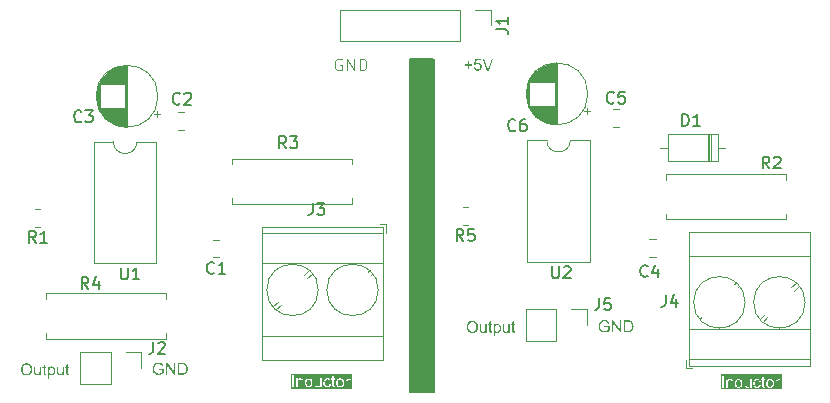
<source format=gbr>
%TF.GenerationSoftware,KiCad,Pcbnew,8.0.6*%
%TF.CreationDate,2024-10-18T13:49:23-03:00*%
%TF.ProjectId,Arduino-inductance-meter,41726475-696e-46f2-9d69-6e6475637461,rev?*%
%TF.SameCoordinates,Original*%
%TF.FileFunction,Legend,Top*%
%TF.FilePolarity,Positive*%
%FSLAX46Y46*%
G04 Gerber Fmt 4.6, Leading zero omitted, Abs format (unit mm)*
G04 Created by KiCad (PCBNEW 8.0.6) date 2024-10-18 13:49:23*
%MOMM*%
%LPD*%
G01*
G04 APERTURE LIST*
%ADD10C,0.187500*%
%ADD11C,0.125000*%
%ADD12C,0.100000*%
%ADD13C,0.150000*%
%ADD14C,0.120000*%
G04 APERTURE END LIST*
D10*
G36*
X115401607Y-75600670D02*
G01*
X115450994Y-75607729D01*
X115498441Y-75619492D01*
X115551344Y-75639164D01*
X115601605Y-75665240D01*
X115648092Y-75697055D01*
X115689460Y-75733942D01*
X115725710Y-75775902D01*
X115756840Y-75822933D01*
X115772330Y-75852086D01*
X115792334Y-75898099D01*
X115808200Y-75946379D01*
X115819926Y-75996926D01*
X115827514Y-76049740D01*
X115830963Y-76104820D01*
X115831193Y-76123684D01*
X115829012Y-76180253D01*
X115822469Y-76234555D01*
X115811564Y-76286590D01*
X115796297Y-76336359D01*
X115776667Y-76383860D01*
X115769155Y-76399190D01*
X115744171Y-76442641D01*
X115710443Y-76488104D01*
X115671782Y-76527933D01*
X115628190Y-76562128D01*
X115594033Y-76583105D01*
X115543599Y-76607468D01*
X115491458Y-76625847D01*
X115437610Y-76638243D01*
X115382057Y-76644654D01*
X115349546Y-76645631D01*
X115297296Y-76643210D01*
X115247159Y-76635945D01*
X115199133Y-76623838D01*
X115153220Y-76606888D01*
X115109420Y-76585095D01*
X115095289Y-76576755D01*
X115048932Y-76544107D01*
X115007740Y-76506644D01*
X114971715Y-76464365D01*
X114940855Y-76417272D01*
X114925540Y-76388199D01*
X114905951Y-76342922D01*
X114888220Y-76288861D01*
X114876005Y-76233467D01*
X114869925Y-76184927D01*
X114867969Y-76137117D01*
X115005408Y-76137117D01*
X115007799Y-76192612D01*
X115014972Y-76244303D01*
X115026928Y-76292189D01*
X115047588Y-76344631D01*
X115075134Y-76391594D01*
X115103349Y-76426545D01*
X115141820Y-76462486D01*
X115183778Y-76490991D01*
X115229221Y-76512060D01*
X115278151Y-76525693D01*
X115330567Y-76531889D01*
X115348813Y-76532302D01*
X115403361Y-76528550D01*
X115454166Y-76517293D01*
X115501226Y-76498531D01*
X115544543Y-76472264D01*
X115584116Y-76438493D01*
X115596475Y-76425568D01*
X115629511Y-76382400D01*
X115655712Y-76332947D01*
X115672325Y-76286934D01*
X115684191Y-76236557D01*
X115691311Y-76181814D01*
X115693684Y-76122707D01*
X115691697Y-76069932D01*
X115685737Y-76020172D01*
X115674059Y-75966996D01*
X115657191Y-75917758D01*
X115652163Y-75906064D01*
X115628990Y-75862390D01*
X115597155Y-75819498D01*
X115559215Y-75783212D01*
X115530530Y-75762693D01*
X115483941Y-75738017D01*
X115434299Y-75721417D01*
X115381605Y-75712893D01*
X115351011Y-75711646D01*
X115299280Y-75715098D01*
X115250330Y-75725454D01*
X115204162Y-75742713D01*
X115160777Y-75766876D01*
X115120173Y-75797942D01*
X115107257Y-75809832D01*
X115072644Y-75851180D01*
X115045193Y-75901767D01*
X115027787Y-75950980D01*
X115015354Y-76006610D01*
X115008988Y-76055733D01*
X115005806Y-76108963D01*
X115005408Y-76137117D01*
X114867969Y-76137117D01*
X114867899Y-76135408D01*
X114870002Y-76074107D01*
X114876310Y-76016232D01*
X114886824Y-75961785D01*
X114901543Y-75910765D01*
X114920468Y-75863172D01*
X114943599Y-75819006D01*
X114970935Y-75778267D01*
X115002477Y-75740956D01*
X115046517Y-75699864D01*
X115094373Y-75665736D01*
X115146046Y-75638574D01*
X115201535Y-75618376D01*
X115260840Y-75605143D01*
X115311032Y-75599571D01*
X115350279Y-75598318D01*
X115401607Y-75600670D01*
G37*
G36*
X116459141Y-76630000D02*
G01*
X116459141Y-76522777D01*
X116425029Y-76564528D01*
X116386624Y-76597641D01*
X116343925Y-76622116D01*
X116296933Y-76637953D01*
X116245648Y-76645151D01*
X116227599Y-76645631D01*
X116176620Y-76641519D01*
X116128462Y-76629185D01*
X116107187Y-76620718D01*
X116063717Y-76596489D01*
X116027431Y-76562844D01*
X116023900Y-76558192D01*
X115999645Y-76513472D01*
X115985799Y-76466113D01*
X115979891Y-76415054D01*
X115978294Y-76364404D01*
X115978227Y-76349853D01*
X115978227Y-75895317D01*
X116102058Y-75895317D01*
X116102058Y-76303203D01*
X116102657Y-76353115D01*
X116105319Y-76403976D01*
X116109630Y-76434849D01*
X116129271Y-76481082D01*
X116158967Y-76512030D01*
X116204222Y-76533946D01*
X116252512Y-76540118D01*
X116303041Y-76533839D01*
X116350672Y-76515002D01*
X116356803Y-76511542D01*
X116396320Y-76479961D01*
X116424629Y-76436218D01*
X116425924Y-76433140D01*
X116439050Y-76385478D01*
X116444929Y-76333626D01*
X116446196Y-76289281D01*
X116446196Y-75895317D01*
X116569783Y-75895317D01*
X116569783Y-76630000D01*
X116459141Y-76630000D01*
G37*
G36*
X117029692Y-76516671D02*
G01*
X117047522Y-76630000D01*
X116998063Y-76641723D01*
X116954221Y-76645631D01*
X116904448Y-76642084D01*
X116856913Y-76627979D01*
X116849685Y-76624138D01*
X116811866Y-76591718D01*
X116797418Y-76567229D01*
X116786724Y-76517137D01*
X116783232Y-76464720D01*
X116782519Y-76418974D01*
X116782519Y-75993014D01*
X116691660Y-75993014D01*
X116691660Y-75895317D01*
X116782519Y-75895317D01*
X116782519Y-75717997D01*
X116905373Y-75645212D01*
X116905373Y-75895317D01*
X117029692Y-75895317D01*
X117029692Y-75993014D01*
X116905373Y-75993014D01*
X116905373Y-76428988D01*
X116907612Y-76479685D01*
X116911723Y-76498597D01*
X116932972Y-76523265D01*
X116975471Y-76532302D01*
X117023489Y-76519464D01*
X117029692Y-76516671D01*
G37*
G36*
X117523610Y-75883511D02*
G01*
X117575998Y-75896734D01*
X117624045Y-75919403D01*
X117637613Y-75928046D01*
X117678905Y-75962135D01*
X117713328Y-76003952D01*
X117738436Y-76048194D01*
X117745568Y-76064333D01*
X117763160Y-76115125D01*
X117774995Y-76168584D01*
X117780681Y-76218341D01*
X117781960Y-76257041D01*
X117779442Y-76311934D01*
X117771885Y-76364019D01*
X117759292Y-76413295D01*
X117741660Y-76459762D01*
X117716231Y-76507017D01*
X117685006Y-76547664D01*
X117647984Y-76581704D01*
X117624912Y-76597759D01*
X117581273Y-76620900D01*
X117531289Y-76637730D01*
X117479731Y-76645210D01*
X117463956Y-76645631D01*
X117412271Y-76640629D01*
X117365355Y-76625622D01*
X117352826Y-76619497D01*
X117310665Y-76591991D01*
X117274212Y-76556026D01*
X117272226Y-76553551D01*
X117272226Y-76911367D01*
X117148639Y-76911367D01*
X117148639Y-76267299D01*
X117260502Y-76267299D01*
X117262503Y-76317737D01*
X117269894Y-76370026D01*
X117285010Y-76421142D01*
X117310519Y-76467626D01*
X117317411Y-76476371D01*
X117355469Y-76512048D01*
X117402732Y-76536032D01*
X117455652Y-76544026D01*
X117504782Y-76537181D01*
X117549285Y-76516644D01*
X117589160Y-76482417D01*
X117596580Y-76473928D01*
X117625034Y-76428413D01*
X117642509Y-76377736D01*
X117651764Y-76325505D01*
X117655213Y-76274875D01*
X117655443Y-76256796D01*
X117653425Y-76206788D01*
X117645970Y-76154695D01*
X117630724Y-76103404D01*
X117604996Y-76056212D01*
X117598046Y-76047236D01*
X117560107Y-76010399D01*
X117513250Y-75985637D01*
X117461025Y-75977383D01*
X117408924Y-75986156D01*
X117365265Y-76009359D01*
X117328991Y-76042641D01*
X117321318Y-76051632D01*
X117294711Y-76092955D01*
X117275706Y-76142674D01*
X117265313Y-76193065D01*
X117260740Y-76249884D01*
X117260502Y-76267299D01*
X117148639Y-76267299D01*
X117148639Y-75895317D01*
X117261235Y-75895317D01*
X117261235Y-75991793D01*
X117292536Y-75953760D01*
X117329701Y-75921394D01*
X117351116Y-75907773D01*
X117399161Y-75888573D01*
X117450975Y-75880371D01*
X117472749Y-75879685D01*
X117523610Y-75883511D01*
G37*
G36*
X118405268Y-76630000D02*
G01*
X118405268Y-76522777D01*
X118371156Y-76564528D01*
X118332751Y-76597641D01*
X118290052Y-76622116D01*
X118243060Y-76637953D01*
X118191775Y-76645151D01*
X118173726Y-76645631D01*
X118122747Y-76641519D01*
X118074589Y-76629185D01*
X118053314Y-76620718D01*
X118009844Y-76596489D01*
X117973558Y-76562844D01*
X117970027Y-76558192D01*
X117945772Y-76513472D01*
X117931926Y-76466113D01*
X117926018Y-76415054D01*
X117924421Y-76364404D01*
X117924354Y-76349853D01*
X117924354Y-75895317D01*
X118048185Y-75895317D01*
X118048185Y-76303203D01*
X118048784Y-76353115D01*
X118051446Y-76403976D01*
X118055757Y-76434849D01*
X118075398Y-76481082D01*
X118105094Y-76512030D01*
X118150349Y-76533946D01*
X118198639Y-76540118D01*
X118249168Y-76533839D01*
X118296799Y-76515002D01*
X118302930Y-76511542D01*
X118342447Y-76479961D01*
X118370756Y-76436218D01*
X118372051Y-76433140D01*
X118385177Y-76385478D01*
X118391056Y-76333626D01*
X118392323Y-76289281D01*
X118392323Y-75895317D01*
X118515910Y-75895317D01*
X118515910Y-76630000D01*
X118405268Y-76630000D01*
G37*
G36*
X118975819Y-76516671D02*
G01*
X118993649Y-76630000D01*
X118944190Y-76641723D01*
X118900348Y-76645631D01*
X118850575Y-76642084D01*
X118803040Y-76627979D01*
X118795812Y-76624138D01*
X118757993Y-76591718D01*
X118743545Y-76567229D01*
X118732851Y-76517137D01*
X118729359Y-76464720D01*
X118728646Y-76418974D01*
X118728646Y-75993014D01*
X118637787Y-75993014D01*
X118637787Y-75895317D01*
X118728646Y-75895317D01*
X118728646Y-75717997D01*
X118851500Y-75645212D01*
X118851500Y-75895317D01*
X118975819Y-75895317D01*
X118975819Y-75993014D01*
X118851500Y-75993014D01*
X118851500Y-76428988D01*
X118853739Y-76479685D01*
X118857850Y-76498597D01*
X118879099Y-76523265D01*
X118921598Y-76532302D01*
X118969616Y-76519464D01*
X118975819Y-76516671D01*
G37*
D11*
G36*
X126529832Y-76181395D02*
G01*
X126529832Y-76064159D01*
X126956280Y-76063426D01*
X126956280Y-76439316D01*
X126913020Y-76471556D01*
X126869152Y-76500103D01*
X126824677Y-76524958D01*
X126779593Y-76546118D01*
X126753558Y-76556552D01*
X126701062Y-76573649D01*
X126647862Y-76585861D01*
X126593961Y-76593189D01*
X126539357Y-76595631D01*
X126484706Y-76593390D01*
X126431944Y-76586667D01*
X126381071Y-76575461D01*
X126332087Y-76559773D01*
X126284992Y-76539603D01*
X126269713Y-76531884D01*
X126226371Y-76505886D01*
X126187201Y-76475887D01*
X126146778Y-76435831D01*
X126116650Y-76397163D01*
X126090696Y-76354493D01*
X126086775Y-76346992D01*
X126065775Y-76300658D01*
X126049120Y-76252332D01*
X126036810Y-76202015D01*
X126028844Y-76149705D01*
X126025223Y-76095403D01*
X126024982Y-76076859D01*
X126027137Y-76022134D01*
X126033603Y-75968782D01*
X126044379Y-75916804D01*
X126059466Y-75866200D01*
X126078863Y-75816970D01*
X126086287Y-75800865D01*
X126111257Y-75755106D01*
X126140005Y-75714002D01*
X126172531Y-75677552D01*
X126215254Y-75640908D01*
X126263119Y-75610600D01*
X126307669Y-75589434D01*
X126354676Y-75572647D01*
X126404138Y-75560239D01*
X126456055Y-75552210D01*
X126510429Y-75548561D01*
X126529099Y-75548318D01*
X126582375Y-75550501D01*
X126633025Y-75557049D01*
X126681049Y-75567964D01*
X126726448Y-75583244D01*
X126773148Y-75605074D01*
X126817923Y-75634450D01*
X126855208Y-75669216D01*
X126864933Y-75680697D01*
X126893994Y-75723473D01*
X126916071Y-75768293D01*
X126934283Y-75819103D01*
X126941137Y-75843607D01*
X126820969Y-75876580D01*
X126804054Y-75828225D01*
X126782639Y-75784296D01*
X126764549Y-75757390D01*
X126729708Y-75722668D01*
X126687392Y-75696371D01*
X126668562Y-75687780D01*
X126619744Y-75671855D01*
X126567079Y-75663280D01*
X126529832Y-75661646D01*
X126480401Y-75663888D01*
X126430054Y-75671635D01*
X126380238Y-75686548D01*
X126371807Y-75689979D01*
X126325405Y-75713735D01*
X126283275Y-75745130D01*
X126264096Y-75764473D01*
X126233978Y-75803312D01*
X126208306Y-75848566D01*
X126200837Y-75865589D01*
X126183954Y-75914102D01*
X126171894Y-75964630D01*
X126164658Y-76017172D01*
X126162247Y-76071730D01*
X126163878Y-76121458D01*
X126169905Y-76175524D01*
X126180374Y-76225336D01*
X126197776Y-76277054D01*
X126208653Y-76300830D01*
X126234481Y-76343908D01*
X126269815Y-76385292D01*
X126311796Y-76419179D01*
X126343475Y-76437606D01*
X126388492Y-76457161D01*
X126440778Y-76472481D01*
X126494803Y-76480731D01*
X126531786Y-76482302D01*
X126585548Y-76479011D01*
X126638451Y-76469136D01*
X126685330Y-76454620D01*
X126700802Y-76448597D01*
X126748487Y-76427102D01*
X126791904Y-76402465D01*
X126825854Y-76376789D01*
X126825854Y-76181395D01*
X126529832Y-76181395D01*
G37*
G36*
X127145568Y-76580000D02*
G01*
X127145568Y-75563949D01*
X127282100Y-75563949D01*
X127811130Y-76361646D01*
X127811130Y-75563949D01*
X127938869Y-75563949D01*
X127938869Y-76580000D01*
X127802337Y-76580000D01*
X127273307Y-75781570D01*
X127273307Y-76580000D01*
X127145568Y-76580000D01*
G37*
G36*
X128559307Y-75564865D02*
G01*
X128613154Y-75568085D01*
X128662651Y-75574382D01*
X128683321Y-75578604D01*
X128734879Y-75594317D01*
X128781476Y-75616423D01*
X128823112Y-75644921D01*
X128830844Y-75651388D01*
X128868244Y-75687704D01*
X128900575Y-75728752D01*
X128927839Y-75774532D01*
X128950034Y-75825045D01*
X128965452Y-75872656D01*
X128977082Y-75923166D01*
X128984926Y-75976574D01*
X128988983Y-76032880D01*
X128989602Y-76066357D01*
X128988316Y-76115744D01*
X128983698Y-76169096D01*
X128975722Y-76219151D01*
X128962735Y-76271521D01*
X128946543Y-76319370D01*
X128925696Y-76366826D01*
X128899294Y-76412084D01*
X128894103Y-76419532D01*
X128861645Y-76459992D01*
X128823925Y-76495917D01*
X128802512Y-76511856D01*
X128758602Y-76536383D01*
X128711988Y-76554300D01*
X128682100Y-76562658D01*
X128631258Y-76572531D01*
X128580730Y-76577950D01*
X128531748Y-76579932D01*
X128520411Y-76580000D01*
X128156978Y-76580000D01*
X128156978Y-76462763D01*
X128290334Y-76462763D01*
X128505268Y-76462763D01*
X128557922Y-76461275D01*
X128608449Y-76456133D01*
X128658000Y-76445113D01*
X128661584Y-76443956D01*
X128706770Y-76424555D01*
X128747651Y-76395170D01*
X128751953Y-76390956D01*
X128784537Y-76350198D01*
X128809216Y-76304629D01*
X128825715Y-76261507D01*
X128838584Y-76213033D01*
X128847242Y-76159111D01*
X128851401Y-76106606D01*
X128852337Y-76064403D01*
X128850508Y-76006763D01*
X128845021Y-75954379D01*
X128833997Y-75899906D01*
X128817993Y-75852585D01*
X128800314Y-75817718D01*
X128769410Y-75773722D01*
X128734952Y-75738729D01*
X128692496Y-75710407D01*
X128674284Y-75702191D01*
X128624962Y-75689391D01*
X128575890Y-75683668D01*
X128523576Y-75681370D01*
X128501849Y-75681186D01*
X128290334Y-75681186D01*
X128290334Y-76462763D01*
X128156978Y-76462763D01*
X128156978Y-75563949D01*
X128504047Y-75563949D01*
X128559307Y-75564865D01*
G37*
G36*
X164279832Y-72581395D02*
G01*
X164279832Y-72464159D01*
X164706280Y-72463426D01*
X164706280Y-72839316D01*
X164663020Y-72871556D01*
X164619152Y-72900103D01*
X164574677Y-72924958D01*
X164529593Y-72946118D01*
X164503558Y-72956552D01*
X164451062Y-72973649D01*
X164397862Y-72985861D01*
X164343961Y-72993189D01*
X164289357Y-72995631D01*
X164234706Y-72993390D01*
X164181944Y-72986667D01*
X164131071Y-72975461D01*
X164082087Y-72959773D01*
X164034992Y-72939603D01*
X164019713Y-72931884D01*
X163976371Y-72905886D01*
X163937201Y-72875887D01*
X163896778Y-72835831D01*
X163866650Y-72797163D01*
X163840696Y-72754493D01*
X163836775Y-72746992D01*
X163815775Y-72700658D01*
X163799120Y-72652332D01*
X163786810Y-72602015D01*
X163778844Y-72549705D01*
X163775223Y-72495403D01*
X163774982Y-72476859D01*
X163777137Y-72422134D01*
X163783603Y-72368782D01*
X163794379Y-72316804D01*
X163809466Y-72266200D01*
X163828863Y-72216970D01*
X163836287Y-72200865D01*
X163861257Y-72155106D01*
X163890005Y-72114002D01*
X163922531Y-72077552D01*
X163965254Y-72040908D01*
X164013119Y-72010600D01*
X164057669Y-71989434D01*
X164104676Y-71972647D01*
X164154138Y-71960239D01*
X164206055Y-71952210D01*
X164260429Y-71948561D01*
X164279099Y-71948318D01*
X164332375Y-71950501D01*
X164383025Y-71957049D01*
X164431049Y-71967964D01*
X164476448Y-71983244D01*
X164523148Y-72005074D01*
X164567923Y-72034450D01*
X164605208Y-72069216D01*
X164614933Y-72080697D01*
X164643994Y-72123473D01*
X164666071Y-72168293D01*
X164684283Y-72219103D01*
X164691137Y-72243607D01*
X164570969Y-72276580D01*
X164554054Y-72228225D01*
X164532639Y-72184296D01*
X164514549Y-72157390D01*
X164479708Y-72122668D01*
X164437392Y-72096371D01*
X164418562Y-72087780D01*
X164369744Y-72071855D01*
X164317079Y-72063280D01*
X164279832Y-72061646D01*
X164230401Y-72063888D01*
X164180054Y-72071635D01*
X164130238Y-72086548D01*
X164121807Y-72089979D01*
X164075405Y-72113735D01*
X164033275Y-72145130D01*
X164014096Y-72164473D01*
X163983978Y-72203312D01*
X163958306Y-72248566D01*
X163950837Y-72265589D01*
X163933954Y-72314102D01*
X163921894Y-72364630D01*
X163914658Y-72417172D01*
X163912247Y-72471730D01*
X163913878Y-72521458D01*
X163919905Y-72575524D01*
X163930374Y-72625336D01*
X163947776Y-72677054D01*
X163958653Y-72700830D01*
X163984481Y-72743908D01*
X164019815Y-72785292D01*
X164061796Y-72819179D01*
X164093475Y-72837606D01*
X164138492Y-72857161D01*
X164190778Y-72872481D01*
X164244803Y-72880731D01*
X164281786Y-72882302D01*
X164335548Y-72879011D01*
X164388451Y-72869136D01*
X164435330Y-72854620D01*
X164450802Y-72848597D01*
X164498487Y-72827102D01*
X164541904Y-72802465D01*
X164575854Y-72776789D01*
X164575854Y-72581395D01*
X164279832Y-72581395D01*
G37*
G36*
X164895568Y-72980000D02*
G01*
X164895568Y-71963949D01*
X165032100Y-71963949D01*
X165561130Y-72761646D01*
X165561130Y-71963949D01*
X165688869Y-71963949D01*
X165688869Y-72980000D01*
X165552337Y-72980000D01*
X165023307Y-72181570D01*
X165023307Y-72980000D01*
X164895568Y-72980000D01*
G37*
G36*
X166309307Y-71964865D02*
G01*
X166363154Y-71968085D01*
X166412651Y-71974382D01*
X166433321Y-71978604D01*
X166484879Y-71994317D01*
X166531476Y-72016423D01*
X166573112Y-72044921D01*
X166580844Y-72051388D01*
X166618244Y-72087704D01*
X166650575Y-72128752D01*
X166677839Y-72174532D01*
X166700034Y-72225045D01*
X166715452Y-72272656D01*
X166727082Y-72323166D01*
X166734926Y-72376574D01*
X166738983Y-72432880D01*
X166739602Y-72466357D01*
X166738316Y-72515744D01*
X166733698Y-72569096D01*
X166725722Y-72619151D01*
X166712735Y-72671521D01*
X166696543Y-72719370D01*
X166675696Y-72766826D01*
X166649294Y-72812084D01*
X166644103Y-72819532D01*
X166611645Y-72859992D01*
X166573925Y-72895917D01*
X166552512Y-72911856D01*
X166508602Y-72936383D01*
X166461988Y-72954300D01*
X166432100Y-72962658D01*
X166381258Y-72972531D01*
X166330730Y-72977950D01*
X166281748Y-72979932D01*
X166270411Y-72980000D01*
X165906978Y-72980000D01*
X165906978Y-72862763D01*
X166040334Y-72862763D01*
X166255268Y-72862763D01*
X166307922Y-72861275D01*
X166358449Y-72856133D01*
X166408000Y-72845113D01*
X166411584Y-72843956D01*
X166456770Y-72824555D01*
X166497651Y-72795170D01*
X166501953Y-72790956D01*
X166534537Y-72750198D01*
X166559216Y-72704629D01*
X166575715Y-72661507D01*
X166588584Y-72613033D01*
X166597242Y-72559111D01*
X166601401Y-72506606D01*
X166602337Y-72464403D01*
X166600508Y-72406763D01*
X166595021Y-72354379D01*
X166583997Y-72299906D01*
X166567993Y-72252585D01*
X166550314Y-72217718D01*
X166519410Y-72173722D01*
X166484952Y-72138729D01*
X166442496Y-72110407D01*
X166424284Y-72102191D01*
X166374962Y-72089391D01*
X166325890Y-72083668D01*
X166273576Y-72081370D01*
X166251849Y-72081186D01*
X166040334Y-72081186D01*
X166040334Y-72862763D01*
X165906978Y-72862763D01*
X165906978Y-71963949D01*
X166254047Y-71963949D01*
X166309307Y-71964865D01*
G37*
D12*
X142027693Y-49870038D02*
X141932455Y-49822419D01*
X141932455Y-49822419D02*
X141789598Y-49822419D01*
X141789598Y-49822419D02*
X141646741Y-49870038D01*
X141646741Y-49870038D02*
X141551503Y-49965276D01*
X141551503Y-49965276D02*
X141503884Y-50060514D01*
X141503884Y-50060514D02*
X141456265Y-50250990D01*
X141456265Y-50250990D02*
X141456265Y-50393847D01*
X141456265Y-50393847D02*
X141503884Y-50584323D01*
X141503884Y-50584323D02*
X141551503Y-50679561D01*
X141551503Y-50679561D02*
X141646741Y-50774800D01*
X141646741Y-50774800D02*
X141789598Y-50822419D01*
X141789598Y-50822419D02*
X141884836Y-50822419D01*
X141884836Y-50822419D02*
X142027693Y-50774800D01*
X142027693Y-50774800D02*
X142075312Y-50727180D01*
X142075312Y-50727180D02*
X142075312Y-50393847D01*
X142075312Y-50393847D02*
X141884836Y-50393847D01*
X142503884Y-50822419D02*
X142503884Y-49822419D01*
X142503884Y-49822419D02*
X143075312Y-50822419D01*
X143075312Y-50822419D02*
X143075312Y-49822419D01*
X143551503Y-50822419D02*
X143551503Y-49822419D01*
X143551503Y-49822419D02*
X143789598Y-49822419D01*
X143789598Y-49822419D02*
X143932455Y-49870038D01*
X143932455Y-49870038D02*
X144027693Y-49965276D01*
X144027693Y-49965276D02*
X144075312Y-50060514D01*
X144075312Y-50060514D02*
X144122931Y-50250990D01*
X144122931Y-50250990D02*
X144122931Y-50393847D01*
X144122931Y-50393847D02*
X144075312Y-50584323D01*
X144075312Y-50584323D02*
X144027693Y-50679561D01*
X144027693Y-50679561D02*
X143932455Y-50774800D01*
X143932455Y-50774800D02*
X143789598Y-50822419D01*
X143789598Y-50822419D02*
X143551503Y-50822419D01*
D11*
G36*
X139246228Y-76981566D02*
G01*
X139295253Y-76991217D01*
X139339078Y-77014653D01*
X139377704Y-77051877D01*
X139391271Y-77070779D01*
X139412978Y-77116116D01*
X139426036Y-77164026D01*
X139433554Y-77219627D01*
X139435589Y-77273405D01*
X139435534Y-77281900D01*
X139432048Y-77337534D01*
X139423139Y-77386459D01*
X139406316Y-77434159D01*
X139378925Y-77477348D01*
X139341124Y-77512510D01*
X139294034Y-77536147D01*
X139241172Y-77544026D01*
X139236170Y-77543958D01*
X139183893Y-77534203D01*
X139140726Y-77511009D01*
X139101709Y-77474173D01*
X139094552Y-77465161D01*
X139068058Y-77417692D01*
X139052357Y-77365993D01*
X139044680Y-77313418D01*
X139042602Y-77262903D01*
X139042818Y-77244952D01*
X139046052Y-77194774D01*
X139054731Y-77143201D01*
X139071118Y-77093448D01*
X139097801Y-77049190D01*
X139101293Y-77045013D01*
X139139122Y-77010532D01*
X139186850Y-76987921D01*
X139235799Y-76981290D01*
X139246228Y-76981566D01*
G37*
G36*
X141918817Y-76981909D02*
G01*
X141971215Y-76992900D01*
X142017745Y-77017629D01*
X142054605Y-77051632D01*
X142062058Y-77060654D01*
X142089647Y-77107675D01*
X142105996Y-77158294D01*
X142113991Y-77209398D01*
X142116154Y-77258262D01*
X142115916Y-77276047D01*
X142112338Y-77325932D01*
X142102738Y-77377556D01*
X142084610Y-77427881D01*
X142055094Y-77473440D01*
X142043372Y-77486054D01*
X142000363Y-77519142D01*
X141951295Y-77538443D01*
X141901953Y-77544026D01*
X141884830Y-77543410D01*
X141831784Y-77532457D01*
X141784939Y-77507813D01*
X141748080Y-77473928D01*
X141737168Y-77460117D01*
X141713316Y-77417199D01*
X141697097Y-77365427D01*
X141689166Y-77312864D01*
X141687020Y-77262414D01*
X141687258Y-77245016D01*
X141690836Y-77196178D01*
X141700436Y-77145560D01*
X141718564Y-77096097D01*
X141748080Y-77051144D01*
X141759808Y-77038660D01*
X141802933Y-77005917D01*
X141852258Y-76986816D01*
X141901953Y-76981290D01*
X141918817Y-76981909D01*
G37*
G36*
X142890629Y-77756742D02*
G01*
X137720047Y-77756742D01*
X137720047Y-77630000D01*
X137831158Y-77630000D01*
X137964515Y-77630000D01*
X137964515Y-76895317D01*
X138181646Y-76895317D01*
X138181646Y-77630000D01*
X138305233Y-77630000D01*
X138305233Y-77227976D01*
X138307251Y-77178056D01*
X138314706Y-77127912D01*
X138332362Y-77076252D01*
X138362630Y-77035757D01*
X138400602Y-77009095D01*
X138447220Y-76991173D01*
X138498918Y-76985198D01*
X138539824Y-76989546D01*
X138585136Y-77007913D01*
X138609636Y-77026930D01*
X138636427Y-77068241D01*
X138640578Y-77080937D01*
X138648810Y-77130332D01*
X138650837Y-77182058D01*
X138650837Y-77630000D01*
X138774424Y-77630000D01*
X138774424Y-77263391D01*
X138915596Y-77263391D01*
X138917513Y-77311318D01*
X138924397Y-77363086D01*
X138936289Y-77411648D01*
X138955652Y-77462449D01*
X138969045Y-77488538D01*
X138997179Y-77530810D01*
X139030491Y-77567054D01*
X139068981Y-77597271D01*
X139078194Y-77603127D01*
X139125893Y-77626740D01*
X139176311Y-77640908D01*
X139229448Y-77645631D01*
X139262078Y-77643948D01*
X139314293Y-77632903D01*
X139360292Y-77611551D01*
X139400072Y-77579889D01*
X139433635Y-77537920D01*
X139433635Y-77630000D01*
X139548185Y-77630000D01*
X139548185Y-77349853D01*
X139736008Y-77349853D01*
X139736074Y-77364404D01*
X139737672Y-77415054D01*
X139743579Y-77466113D01*
X139757425Y-77513472D01*
X139781681Y-77558192D01*
X139785212Y-77562844D01*
X139821498Y-77596489D01*
X139864968Y-77620718D01*
X139886243Y-77629185D01*
X139934401Y-77641519D01*
X139985380Y-77645631D01*
X140003429Y-77645151D01*
X140054714Y-77637953D01*
X140101706Y-77622116D01*
X140144405Y-77597641D01*
X140182810Y-77564528D01*
X140216922Y-77522777D01*
X140216922Y-77630000D01*
X140327564Y-77630000D01*
X140327564Y-77265345D01*
X140479727Y-77265345D01*
X140481147Y-77309931D01*
X140486914Y-77361917D01*
X140497118Y-77409741D01*
X140515219Y-77461636D01*
X140539708Y-77507537D01*
X140570586Y-77547445D01*
X140576337Y-77553486D01*
X140613248Y-77585703D01*
X140661520Y-77614564D01*
X140707362Y-77631824D01*
X140757325Y-77642179D01*
X140811409Y-77645631D01*
X140818852Y-77645562D01*
X140868898Y-77641235D01*
X140921685Y-77628046D01*
X140969770Y-77606064D01*
X141013154Y-77575289D01*
X141023170Y-77566255D01*
X141058386Y-77525901D01*
X141085848Y-77478801D01*
X141103516Y-77432053D01*
X141115247Y-77380139D01*
X140993614Y-77364263D01*
X140983375Y-77412035D01*
X140963198Y-77460243D01*
X140931577Y-77500062D01*
X140909155Y-77517193D01*
X140861376Y-77537844D01*
X140810188Y-77544026D01*
X140798995Y-77543765D01*
X140747036Y-77534615D01*
X140701756Y-77512395D01*
X140663154Y-77477103D01*
X140656322Y-77468392D01*
X140631032Y-77421373D01*
X140616045Y-77368842D01*
X140608717Y-77314588D01*
X140606734Y-77261926D01*
X140606962Y-77244005D01*
X140610382Y-77193919D01*
X140619560Y-77142453D01*
X140636890Y-77092822D01*
X140665108Y-77048702D01*
X140676362Y-77036654D01*
X140718341Y-77005056D01*
X140767190Y-76986623D01*
X140817027Y-76981290D01*
X140828452Y-76981619D01*
X140877512Y-76991837D01*
X140922295Y-77018660D01*
X140942506Y-77039527D01*
X140968317Y-77083269D01*
X140983356Y-77129790D01*
X141103524Y-77111228D01*
X141093640Y-77071423D01*
X141074505Y-77023879D01*
X141044841Y-76977947D01*
X141006559Y-76940013D01*
X140960668Y-76910851D01*
X140920279Y-76895317D01*
X141148953Y-76895317D01*
X141148953Y-76993014D01*
X141239811Y-76993014D01*
X141239811Y-77418974D01*
X141240524Y-77464720D01*
X141244016Y-77517137D01*
X141254710Y-77567229D01*
X141269158Y-77591718D01*
X141306978Y-77624138D01*
X141314205Y-77627979D01*
X141361741Y-77642084D01*
X141411514Y-77645631D01*
X141455355Y-77641723D01*
X141504815Y-77630000D01*
X141486985Y-77516671D01*
X141480781Y-77519464D01*
X141432763Y-77532302D01*
X141390265Y-77523265D01*
X141369016Y-77498597D01*
X141364904Y-77479685D01*
X141362665Y-77428988D01*
X141362665Y-77262658D01*
X141559769Y-77262658D01*
X141561246Y-77307706D01*
X141567246Y-77360194D01*
X141577861Y-77408437D01*
X141596692Y-77460724D01*
X141622168Y-77506897D01*
X141654291Y-77546957D01*
X141666335Y-77558906D01*
X141705216Y-77590127D01*
X141748218Y-77614410D01*
X141795341Y-77631755D01*
X141846587Y-77642162D01*
X141901953Y-77645631D01*
X141931433Y-77644540D01*
X141982663Y-77637076D01*
X142031536Y-77622541D01*
X142078053Y-77600935D01*
X142102374Y-77586008D01*
X142141405Y-77554693D01*
X142174330Y-77517658D01*
X142201151Y-77474905D01*
X142211054Y-77453691D01*
X142226899Y-77405605D01*
X142236431Y-77357345D01*
X142241919Y-77303310D01*
X142243405Y-77252400D01*
X142242566Y-77220322D01*
X142237436Y-77169815D01*
X142225126Y-77114088D01*
X142206101Y-77063684D01*
X142180361Y-77018604D01*
X142147906Y-76978848D01*
X142135754Y-76966840D01*
X142096722Y-76935464D01*
X142053826Y-76911061D01*
X142011592Y-76895317D01*
X142383112Y-76895317D01*
X142383112Y-77630000D01*
X142506699Y-77630000D01*
X142506699Y-77246050D01*
X142508341Y-77202797D01*
X142514808Y-77152608D01*
X142527459Y-77101214D01*
X142540328Y-77071286D01*
X142573377Y-77033314D01*
X142596523Y-77019270D01*
X142646161Y-77008646D01*
X142691591Y-77015301D01*
X142737020Y-77035268D01*
X142779518Y-76919741D01*
X142751401Y-76904134D01*
X142703637Y-76886296D01*
X142652512Y-76879685D01*
X142618397Y-76883797D01*
X142572889Y-76904598D01*
X142552171Y-76922843D01*
X142520404Y-76964135D01*
X142494487Y-77007913D01*
X142494487Y-76895317D01*
X142383112Y-76895317D01*
X142011592Y-76895317D01*
X142007066Y-76893630D01*
X141956442Y-76883172D01*
X141901953Y-76879685D01*
X141868771Y-76880956D01*
X141813805Y-76889296D01*
X141762789Y-76905420D01*
X141715724Y-76929327D01*
X141672609Y-76961018D01*
X141665667Y-76967258D01*
X141628641Y-77009012D01*
X141599550Y-77058168D01*
X141581368Y-77104785D01*
X141568695Y-77156542D01*
X141561532Y-77213440D01*
X141559778Y-77262414D01*
X141559769Y-77262658D01*
X141362665Y-77262658D01*
X141362665Y-76993014D01*
X141486985Y-76993014D01*
X141486985Y-76895317D01*
X141362665Y-76895317D01*
X141362665Y-76645212D01*
X141239811Y-76717997D01*
X141239811Y-76895317D01*
X141148953Y-76895317D01*
X140920279Y-76895317D01*
X140914101Y-76892941D01*
X140862100Y-76882572D01*
X140812142Y-76879685D01*
X140783096Y-76880771D01*
X140732527Y-76888194D01*
X140684161Y-76902650D01*
X140637997Y-76924138D01*
X140614028Y-76939120D01*
X140575873Y-76971589D01*
X140544133Y-77011128D01*
X140518806Y-77057739D01*
X140516402Y-77063324D01*
X140499916Y-77110104D01*
X140488314Y-77160609D01*
X140481597Y-77214839D01*
X140479727Y-77265345D01*
X140327564Y-77265345D01*
X140327564Y-76895317D01*
X140203977Y-76895317D01*
X140203977Y-77289281D01*
X140202710Y-77333626D01*
X140196830Y-77385478D01*
X140183705Y-77433140D01*
X140182410Y-77436218D01*
X140154101Y-77479961D01*
X140114584Y-77511542D01*
X140108452Y-77515002D01*
X140060822Y-77533839D01*
X140010293Y-77540118D01*
X139962003Y-77533946D01*
X139916748Y-77512030D01*
X139887052Y-77481082D01*
X139867411Y-77434849D01*
X139863100Y-77403976D01*
X139860438Y-77353115D01*
X139859839Y-77303203D01*
X139859839Y-76895317D01*
X139736008Y-76895317D01*
X139736008Y-77349853D01*
X139548185Y-77349853D01*
X139548185Y-76613949D01*
X139425331Y-76613949D01*
X139425331Y-76984221D01*
X139416969Y-76972837D01*
X139382956Y-76937381D01*
X139341556Y-76908750D01*
X139325099Y-76900377D01*
X139275277Y-76884482D01*
X139224075Y-76879685D01*
X139212877Y-76879872D01*
X139158919Y-76886383D01*
X139108349Y-76902197D01*
X139061165Y-76927313D01*
X139043537Y-76939872D01*
X139004444Y-76976981D01*
X138975338Y-77017353D01*
X138951988Y-77064333D01*
X138936067Y-77110297D01*
X138924694Y-77158794D01*
X138917871Y-77209825D01*
X138915617Y-77262903D01*
X138915596Y-77263391D01*
X138774424Y-77263391D01*
X138774424Y-77178883D01*
X138774364Y-77163129D01*
X138772921Y-77109256D01*
X138767585Y-77057983D01*
X138753632Y-77011286D01*
X138728995Y-76966147D01*
X138725465Y-76961352D01*
X138689333Y-76927250D01*
X138646196Y-76903621D01*
X138625119Y-76895487D01*
X138576859Y-76883636D01*
X138525052Y-76879685D01*
X138515627Y-76879801D01*
X138462012Y-76885366D01*
X138413428Y-76899276D01*
X138363107Y-76926053D01*
X138325426Y-76958047D01*
X138292777Y-76998387D01*
X138292777Y-76895317D01*
X138181646Y-76895317D01*
X137964515Y-76895317D01*
X137964515Y-76613949D01*
X137831158Y-76613949D01*
X137831158Y-77630000D01*
X137720047Y-77630000D01*
X137720047Y-76502838D01*
X142890629Y-76502838D01*
X142890629Y-77756742D01*
G37*
G36*
X175646228Y-77031566D02*
G01*
X175695253Y-77041217D01*
X175739078Y-77064653D01*
X175777704Y-77101877D01*
X175791271Y-77120779D01*
X175812978Y-77166116D01*
X175826036Y-77214026D01*
X175833554Y-77269627D01*
X175835589Y-77323405D01*
X175835534Y-77331900D01*
X175832048Y-77387534D01*
X175823139Y-77436459D01*
X175806316Y-77484159D01*
X175778925Y-77527348D01*
X175741124Y-77562510D01*
X175694034Y-77586147D01*
X175641172Y-77594026D01*
X175636170Y-77593958D01*
X175583893Y-77584203D01*
X175540726Y-77561009D01*
X175501709Y-77524173D01*
X175494552Y-77515161D01*
X175468058Y-77467692D01*
X175452357Y-77415993D01*
X175444680Y-77363418D01*
X175442602Y-77312903D01*
X175442818Y-77294952D01*
X175446052Y-77244774D01*
X175454731Y-77193201D01*
X175471118Y-77143448D01*
X175497801Y-77099190D01*
X175501293Y-77095013D01*
X175539122Y-77060532D01*
X175586850Y-77037921D01*
X175635799Y-77031290D01*
X175646228Y-77031566D01*
G37*
G36*
X178318817Y-77031909D02*
G01*
X178371215Y-77042900D01*
X178417745Y-77067629D01*
X178454605Y-77101632D01*
X178462058Y-77110654D01*
X178489647Y-77157675D01*
X178505996Y-77208294D01*
X178513991Y-77259398D01*
X178516154Y-77308262D01*
X178515916Y-77326047D01*
X178512338Y-77375932D01*
X178502738Y-77427556D01*
X178484610Y-77477881D01*
X178455094Y-77523440D01*
X178443372Y-77536054D01*
X178400363Y-77569142D01*
X178351295Y-77588443D01*
X178301953Y-77594026D01*
X178284830Y-77593410D01*
X178231784Y-77582457D01*
X178184939Y-77557813D01*
X178148080Y-77523928D01*
X178137168Y-77510117D01*
X178113316Y-77467199D01*
X178097097Y-77415427D01*
X178089166Y-77362864D01*
X178087020Y-77312414D01*
X178087258Y-77295016D01*
X178090836Y-77246178D01*
X178100436Y-77195560D01*
X178118564Y-77146097D01*
X178148080Y-77101144D01*
X178159808Y-77088660D01*
X178202933Y-77055917D01*
X178252258Y-77036816D01*
X178301953Y-77031290D01*
X178318817Y-77031909D01*
G37*
G36*
X179290629Y-77806742D02*
G01*
X174120047Y-77806742D01*
X174120047Y-77680000D01*
X174231158Y-77680000D01*
X174364515Y-77680000D01*
X174364515Y-76945317D01*
X174581646Y-76945317D01*
X174581646Y-77680000D01*
X174705233Y-77680000D01*
X174705233Y-77277976D01*
X174707251Y-77228056D01*
X174714706Y-77177912D01*
X174732362Y-77126252D01*
X174762630Y-77085757D01*
X174800602Y-77059095D01*
X174847220Y-77041173D01*
X174898918Y-77035198D01*
X174939824Y-77039546D01*
X174985136Y-77057913D01*
X175009636Y-77076930D01*
X175036427Y-77118241D01*
X175040578Y-77130937D01*
X175048810Y-77180332D01*
X175050837Y-77232058D01*
X175050837Y-77680000D01*
X175174424Y-77680000D01*
X175174424Y-77313391D01*
X175315596Y-77313391D01*
X175317513Y-77361318D01*
X175324397Y-77413086D01*
X175336289Y-77461648D01*
X175355652Y-77512449D01*
X175369045Y-77538538D01*
X175397179Y-77580810D01*
X175430491Y-77617054D01*
X175468981Y-77647271D01*
X175478194Y-77653127D01*
X175525893Y-77676740D01*
X175576311Y-77690908D01*
X175629448Y-77695631D01*
X175662078Y-77693948D01*
X175714293Y-77682903D01*
X175760292Y-77661551D01*
X175800072Y-77629889D01*
X175833635Y-77587920D01*
X175833635Y-77680000D01*
X175948185Y-77680000D01*
X175948185Y-77399853D01*
X176136008Y-77399853D01*
X176136074Y-77414404D01*
X176137672Y-77465054D01*
X176143579Y-77516113D01*
X176157425Y-77563472D01*
X176181681Y-77608192D01*
X176185212Y-77612844D01*
X176221498Y-77646489D01*
X176264968Y-77670718D01*
X176286243Y-77679185D01*
X176334401Y-77691519D01*
X176385380Y-77695631D01*
X176403429Y-77695151D01*
X176454714Y-77687953D01*
X176501706Y-77672116D01*
X176544405Y-77647641D01*
X176582810Y-77614528D01*
X176616922Y-77572777D01*
X176616922Y-77680000D01*
X176727564Y-77680000D01*
X176727564Y-77315345D01*
X176879727Y-77315345D01*
X176881147Y-77359931D01*
X176886914Y-77411917D01*
X176897118Y-77459741D01*
X176915219Y-77511636D01*
X176939708Y-77557537D01*
X176970586Y-77597445D01*
X176976337Y-77603486D01*
X177013248Y-77635703D01*
X177061520Y-77664564D01*
X177107362Y-77681824D01*
X177157325Y-77692179D01*
X177211409Y-77695631D01*
X177218852Y-77695562D01*
X177268898Y-77691235D01*
X177321685Y-77678046D01*
X177369770Y-77656064D01*
X177413154Y-77625289D01*
X177423170Y-77616255D01*
X177458386Y-77575901D01*
X177485848Y-77528801D01*
X177503516Y-77482053D01*
X177515247Y-77430139D01*
X177393614Y-77414263D01*
X177383375Y-77462035D01*
X177363198Y-77510243D01*
X177331577Y-77550062D01*
X177309155Y-77567193D01*
X177261376Y-77587844D01*
X177210188Y-77594026D01*
X177198995Y-77593765D01*
X177147036Y-77584615D01*
X177101756Y-77562395D01*
X177063154Y-77527103D01*
X177056322Y-77518392D01*
X177031032Y-77471373D01*
X177016045Y-77418842D01*
X177008717Y-77364588D01*
X177006734Y-77311926D01*
X177006962Y-77294005D01*
X177010382Y-77243919D01*
X177019560Y-77192453D01*
X177036890Y-77142822D01*
X177065108Y-77098702D01*
X177076362Y-77086654D01*
X177118341Y-77055056D01*
X177167190Y-77036623D01*
X177217027Y-77031290D01*
X177228452Y-77031619D01*
X177277512Y-77041837D01*
X177322295Y-77068660D01*
X177342506Y-77089527D01*
X177368317Y-77133269D01*
X177383356Y-77179790D01*
X177503524Y-77161228D01*
X177493640Y-77121423D01*
X177474505Y-77073879D01*
X177444841Y-77027947D01*
X177406559Y-76990013D01*
X177360668Y-76960851D01*
X177320279Y-76945317D01*
X177548953Y-76945317D01*
X177548953Y-77043014D01*
X177639811Y-77043014D01*
X177639811Y-77468974D01*
X177640524Y-77514720D01*
X177644016Y-77567137D01*
X177654710Y-77617229D01*
X177669158Y-77641718D01*
X177706978Y-77674138D01*
X177714205Y-77677979D01*
X177761741Y-77692084D01*
X177811514Y-77695631D01*
X177855355Y-77691723D01*
X177904815Y-77680000D01*
X177886985Y-77566671D01*
X177880781Y-77569464D01*
X177832763Y-77582302D01*
X177790265Y-77573265D01*
X177769016Y-77548597D01*
X177764904Y-77529685D01*
X177762665Y-77478988D01*
X177762665Y-77312658D01*
X177959769Y-77312658D01*
X177961246Y-77357706D01*
X177967246Y-77410194D01*
X177977861Y-77458437D01*
X177996692Y-77510724D01*
X178022168Y-77556897D01*
X178054291Y-77596957D01*
X178066335Y-77608906D01*
X178105216Y-77640127D01*
X178148218Y-77664410D01*
X178195341Y-77681755D01*
X178246587Y-77692162D01*
X178301953Y-77695631D01*
X178331433Y-77694540D01*
X178382663Y-77687076D01*
X178431536Y-77672541D01*
X178478053Y-77650935D01*
X178502374Y-77636008D01*
X178541405Y-77604693D01*
X178574330Y-77567658D01*
X178601151Y-77524905D01*
X178611054Y-77503691D01*
X178626899Y-77455605D01*
X178636431Y-77407345D01*
X178641919Y-77353310D01*
X178643405Y-77302400D01*
X178642566Y-77270322D01*
X178637436Y-77219815D01*
X178625126Y-77164088D01*
X178606101Y-77113684D01*
X178580361Y-77068604D01*
X178547906Y-77028848D01*
X178535754Y-77016840D01*
X178496722Y-76985464D01*
X178453826Y-76961061D01*
X178411592Y-76945317D01*
X178783112Y-76945317D01*
X178783112Y-77680000D01*
X178906699Y-77680000D01*
X178906699Y-77296050D01*
X178908341Y-77252797D01*
X178914808Y-77202608D01*
X178927459Y-77151214D01*
X178940328Y-77121286D01*
X178973377Y-77083314D01*
X178996523Y-77069270D01*
X179046161Y-77058646D01*
X179091591Y-77065301D01*
X179137020Y-77085268D01*
X179179518Y-76969741D01*
X179151401Y-76954134D01*
X179103637Y-76936296D01*
X179052512Y-76929685D01*
X179018397Y-76933797D01*
X178972889Y-76954598D01*
X178952171Y-76972843D01*
X178920404Y-77014135D01*
X178894487Y-77057913D01*
X178894487Y-76945317D01*
X178783112Y-76945317D01*
X178411592Y-76945317D01*
X178407066Y-76943630D01*
X178356442Y-76933172D01*
X178301953Y-76929685D01*
X178268771Y-76930956D01*
X178213805Y-76939296D01*
X178162789Y-76955420D01*
X178115724Y-76979327D01*
X178072609Y-77011018D01*
X178065667Y-77017258D01*
X178028641Y-77059012D01*
X177999550Y-77108168D01*
X177981368Y-77154785D01*
X177968695Y-77206542D01*
X177961532Y-77263440D01*
X177959778Y-77312414D01*
X177959769Y-77312658D01*
X177762665Y-77312658D01*
X177762665Y-77043014D01*
X177886985Y-77043014D01*
X177886985Y-76945317D01*
X177762665Y-76945317D01*
X177762665Y-76695212D01*
X177639811Y-76767997D01*
X177639811Y-76945317D01*
X177548953Y-76945317D01*
X177320279Y-76945317D01*
X177314101Y-76942941D01*
X177262100Y-76932572D01*
X177212142Y-76929685D01*
X177183096Y-76930771D01*
X177132527Y-76938194D01*
X177084161Y-76952650D01*
X177037997Y-76974138D01*
X177014028Y-76989120D01*
X176975873Y-77021589D01*
X176944133Y-77061128D01*
X176918806Y-77107739D01*
X176916402Y-77113324D01*
X176899916Y-77160104D01*
X176888314Y-77210609D01*
X176881597Y-77264839D01*
X176879727Y-77315345D01*
X176727564Y-77315345D01*
X176727564Y-76945317D01*
X176603977Y-76945317D01*
X176603977Y-77339281D01*
X176602710Y-77383626D01*
X176596830Y-77435478D01*
X176583705Y-77483140D01*
X176582410Y-77486218D01*
X176554101Y-77529961D01*
X176514584Y-77561542D01*
X176508452Y-77565002D01*
X176460822Y-77583839D01*
X176410293Y-77590118D01*
X176362003Y-77583946D01*
X176316748Y-77562030D01*
X176287052Y-77531082D01*
X176267411Y-77484849D01*
X176263100Y-77453976D01*
X176260438Y-77403115D01*
X176259839Y-77353203D01*
X176259839Y-76945317D01*
X176136008Y-76945317D01*
X176136008Y-77399853D01*
X175948185Y-77399853D01*
X175948185Y-76663949D01*
X175825331Y-76663949D01*
X175825331Y-77034221D01*
X175816969Y-77022837D01*
X175782956Y-76987381D01*
X175741556Y-76958750D01*
X175725099Y-76950377D01*
X175675277Y-76934482D01*
X175624075Y-76929685D01*
X175612877Y-76929872D01*
X175558919Y-76936383D01*
X175508349Y-76952197D01*
X175461165Y-76977313D01*
X175443537Y-76989872D01*
X175404444Y-77026981D01*
X175375338Y-77067353D01*
X175351988Y-77114333D01*
X175336067Y-77160297D01*
X175324694Y-77208794D01*
X175317871Y-77259825D01*
X175315617Y-77312903D01*
X175315596Y-77313391D01*
X175174424Y-77313391D01*
X175174424Y-77228883D01*
X175174364Y-77213129D01*
X175172921Y-77159256D01*
X175167585Y-77107983D01*
X175153632Y-77061286D01*
X175128995Y-77016147D01*
X175125465Y-77011352D01*
X175089333Y-76977250D01*
X175046196Y-76953621D01*
X175025119Y-76945487D01*
X174976859Y-76933636D01*
X174925052Y-76929685D01*
X174915627Y-76929801D01*
X174862012Y-76935366D01*
X174813428Y-76949276D01*
X174763107Y-76976053D01*
X174725426Y-77008047D01*
X174692777Y-77048387D01*
X174692777Y-76945317D01*
X174581646Y-76945317D01*
X174364515Y-76945317D01*
X174364515Y-76663949D01*
X174231158Y-76663949D01*
X174231158Y-77680000D01*
X174120047Y-77680000D01*
X174120047Y-76552838D01*
X179290629Y-76552838D01*
X179290629Y-77806742D01*
G37*
D10*
G36*
X153151607Y-72000670D02*
G01*
X153200994Y-72007729D01*
X153248441Y-72019492D01*
X153301344Y-72039164D01*
X153351605Y-72065240D01*
X153398092Y-72097055D01*
X153439460Y-72133942D01*
X153475710Y-72175902D01*
X153506840Y-72222933D01*
X153522330Y-72252086D01*
X153542334Y-72298099D01*
X153558200Y-72346379D01*
X153569926Y-72396926D01*
X153577514Y-72449740D01*
X153580963Y-72504820D01*
X153581193Y-72523684D01*
X153579012Y-72580253D01*
X153572469Y-72634555D01*
X153561564Y-72686590D01*
X153546297Y-72736359D01*
X153526667Y-72783860D01*
X153519155Y-72799190D01*
X153494171Y-72842641D01*
X153460443Y-72888104D01*
X153421782Y-72927933D01*
X153378190Y-72962128D01*
X153344033Y-72983105D01*
X153293599Y-73007468D01*
X153241458Y-73025847D01*
X153187610Y-73038243D01*
X153132057Y-73044654D01*
X153099546Y-73045631D01*
X153047296Y-73043210D01*
X152997159Y-73035945D01*
X152949133Y-73023838D01*
X152903220Y-73006888D01*
X152859420Y-72985095D01*
X152845289Y-72976755D01*
X152798932Y-72944107D01*
X152757740Y-72906644D01*
X152721715Y-72864365D01*
X152690855Y-72817272D01*
X152675540Y-72788199D01*
X152655951Y-72742922D01*
X152638220Y-72688861D01*
X152626005Y-72633467D01*
X152619925Y-72584927D01*
X152617969Y-72537117D01*
X152755408Y-72537117D01*
X152757799Y-72592612D01*
X152764972Y-72644303D01*
X152776928Y-72692189D01*
X152797588Y-72744631D01*
X152825134Y-72791594D01*
X152853349Y-72826545D01*
X152891820Y-72862486D01*
X152933778Y-72890991D01*
X152979221Y-72912060D01*
X153028151Y-72925693D01*
X153080567Y-72931889D01*
X153098813Y-72932302D01*
X153153361Y-72928550D01*
X153204166Y-72917293D01*
X153251226Y-72898531D01*
X153294543Y-72872264D01*
X153334116Y-72838493D01*
X153346475Y-72825568D01*
X153379511Y-72782400D01*
X153405712Y-72732947D01*
X153422325Y-72686934D01*
X153434191Y-72636557D01*
X153441311Y-72581814D01*
X153443684Y-72522707D01*
X153441697Y-72469932D01*
X153435737Y-72420172D01*
X153424059Y-72366996D01*
X153407191Y-72317758D01*
X153402163Y-72306064D01*
X153378990Y-72262390D01*
X153347155Y-72219498D01*
X153309215Y-72183212D01*
X153280530Y-72162693D01*
X153233941Y-72138017D01*
X153184299Y-72121417D01*
X153131605Y-72112893D01*
X153101011Y-72111646D01*
X153049280Y-72115098D01*
X153000330Y-72125454D01*
X152954162Y-72142713D01*
X152910777Y-72166876D01*
X152870173Y-72197942D01*
X152857257Y-72209832D01*
X152822644Y-72251180D01*
X152795193Y-72301767D01*
X152777787Y-72350980D01*
X152765354Y-72406610D01*
X152758988Y-72455733D01*
X152755806Y-72508963D01*
X152755408Y-72537117D01*
X152617969Y-72537117D01*
X152617899Y-72535408D01*
X152620002Y-72474107D01*
X152626310Y-72416232D01*
X152636824Y-72361785D01*
X152651543Y-72310765D01*
X152670468Y-72263172D01*
X152693599Y-72219006D01*
X152720935Y-72178267D01*
X152752477Y-72140956D01*
X152796517Y-72099864D01*
X152844373Y-72065736D01*
X152896046Y-72038574D01*
X152951535Y-72018376D01*
X153010840Y-72005143D01*
X153061032Y-71999571D01*
X153100279Y-71998318D01*
X153151607Y-72000670D01*
G37*
G36*
X154209141Y-73030000D02*
G01*
X154209141Y-72922777D01*
X154175029Y-72964528D01*
X154136624Y-72997641D01*
X154093925Y-73022116D01*
X154046933Y-73037953D01*
X153995648Y-73045151D01*
X153977599Y-73045631D01*
X153926620Y-73041519D01*
X153878462Y-73029185D01*
X153857187Y-73020718D01*
X153813717Y-72996489D01*
X153777431Y-72962844D01*
X153773900Y-72958192D01*
X153749645Y-72913472D01*
X153735799Y-72866113D01*
X153729891Y-72815054D01*
X153728294Y-72764404D01*
X153728227Y-72749853D01*
X153728227Y-72295317D01*
X153852058Y-72295317D01*
X153852058Y-72703203D01*
X153852657Y-72753115D01*
X153855319Y-72803976D01*
X153859630Y-72834849D01*
X153879271Y-72881082D01*
X153908967Y-72912030D01*
X153954222Y-72933946D01*
X154002512Y-72940118D01*
X154053041Y-72933839D01*
X154100672Y-72915002D01*
X154106803Y-72911542D01*
X154146320Y-72879961D01*
X154174629Y-72836218D01*
X154175924Y-72833140D01*
X154189050Y-72785478D01*
X154194929Y-72733626D01*
X154196196Y-72689281D01*
X154196196Y-72295317D01*
X154319783Y-72295317D01*
X154319783Y-73030000D01*
X154209141Y-73030000D01*
G37*
G36*
X154779692Y-72916671D02*
G01*
X154797522Y-73030000D01*
X154748063Y-73041723D01*
X154704221Y-73045631D01*
X154654448Y-73042084D01*
X154606913Y-73027979D01*
X154599685Y-73024138D01*
X154561866Y-72991718D01*
X154547418Y-72967229D01*
X154536724Y-72917137D01*
X154533232Y-72864720D01*
X154532519Y-72818974D01*
X154532519Y-72393014D01*
X154441660Y-72393014D01*
X154441660Y-72295317D01*
X154532519Y-72295317D01*
X154532519Y-72117997D01*
X154655373Y-72045212D01*
X154655373Y-72295317D01*
X154779692Y-72295317D01*
X154779692Y-72393014D01*
X154655373Y-72393014D01*
X154655373Y-72828988D01*
X154657612Y-72879685D01*
X154661723Y-72898597D01*
X154682972Y-72923265D01*
X154725471Y-72932302D01*
X154773489Y-72919464D01*
X154779692Y-72916671D01*
G37*
G36*
X155273610Y-72283511D02*
G01*
X155325998Y-72296734D01*
X155374045Y-72319403D01*
X155387613Y-72328046D01*
X155428905Y-72362135D01*
X155463328Y-72403952D01*
X155488436Y-72448194D01*
X155495568Y-72464333D01*
X155513160Y-72515125D01*
X155524995Y-72568584D01*
X155530681Y-72618341D01*
X155531960Y-72657041D01*
X155529442Y-72711934D01*
X155521885Y-72764019D01*
X155509292Y-72813295D01*
X155491660Y-72859762D01*
X155466231Y-72907017D01*
X155435006Y-72947664D01*
X155397984Y-72981704D01*
X155374912Y-72997759D01*
X155331273Y-73020900D01*
X155281289Y-73037730D01*
X155229731Y-73045210D01*
X155213956Y-73045631D01*
X155162271Y-73040629D01*
X155115355Y-73025622D01*
X155102826Y-73019497D01*
X155060665Y-72991991D01*
X155024212Y-72956026D01*
X155022226Y-72953551D01*
X155022226Y-73311367D01*
X154898639Y-73311367D01*
X154898639Y-72667299D01*
X155010502Y-72667299D01*
X155012503Y-72717737D01*
X155019894Y-72770026D01*
X155035010Y-72821142D01*
X155060519Y-72867626D01*
X155067411Y-72876371D01*
X155105469Y-72912048D01*
X155152732Y-72936032D01*
X155205652Y-72944026D01*
X155254782Y-72937181D01*
X155299285Y-72916644D01*
X155339160Y-72882417D01*
X155346580Y-72873928D01*
X155375034Y-72828413D01*
X155392509Y-72777736D01*
X155401764Y-72725505D01*
X155405213Y-72674875D01*
X155405443Y-72656796D01*
X155403425Y-72606788D01*
X155395970Y-72554695D01*
X155380724Y-72503404D01*
X155354996Y-72456212D01*
X155348046Y-72447236D01*
X155310107Y-72410399D01*
X155263250Y-72385637D01*
X155211025Y-72377383D01*
X155158924Y-72386156D01*
X155115265Y-72409359D01*
X155078991Y-72442641D01*
X155071318Y-72451632D01*
X155044711Y-72492955D01*
X155025706Y-72542674D01*
X155015313Y-72593065D01*
X155010740Y-72649884D01*
X155010502Y-72667299D01*
X154898639Y-72667299D01*
X154898639Y-72295317D01*
X155011235Y-72295317D01*
X155011235Y-72391793D01*
X155042536Y-72353760D01*
X155079701Y-72321394D01*
X155101116Y-72307773D01*
X155149161Y-72288573D01*
X155200975Y-72280371D01*
X155222749Y-72279685D01*
X155273610Y-72283511D01*
G37*
G36*
X156155268Y-73030000D02*
G01*
X156155268Y-72922777D01*
X156121156Y-72964528D01*
X156082751Y-72997641D01*
X156040052Y-73022116D01*
X155993060Y-73037953D01*
X155941775Y-73045151D01*
X155923726Y-73045631D01*
X155872747Y-73041519D01*
X155824589Y-73029185D01*
X155803314Y-73020718D01*
X155759844Y-72996489D01*
X155723558Y-72962844D01*
X155720027Y-72958192D01*
X155695772Y-72913472D01*
X155681926Y-72866113D01*
X155676018Y-72815054D01*
X155674421Y-72764404D01*
X155674354Y-72749853D01*
X155674354Y-72295317D01*
X155798185Y-72295317D01*
X155798185Y-72703203D01*
X155798784Y-72753115D01*
X155801446Y-72803976D01*
X155805757Y-72834849D01*
X155825398Y-72881082D01*
X155855094Y-72912030D01*
X155900349Y-72933946D01*
X155948639Y-72940118D01*
X155999168Y-72933839D01*
X156046799Y-72915002D01*
X156052930Y-72911542D01*
X156092447Y-72879961D01*
X156120756Y-72836218D01*
X156122051Y-72833140D01*
X156135177Y-72785478D01*
X156141056Y-72733626D01*
X156142323Y-72689281D01*
X156142323Y-72295317D01*
X156265910Y-72295317D01*
X156265910Y-73030000D01*
X156155268Y-73030000D01*
G37*
G36*
X156725819Y-72916671D02*
G01*
X156743649Y-73030000D01*
X156694190Y-73041723D01*
X156650348Y-73045631D01*
X156600575Y-73042084D01*
X156553040Y-73027979D01*
X156545812Y-73024138D01*
X156507993Y-72991718D01*
X156493545Y-72967229D01*
X156482851Y-72917137D01*
X156479359Y-72864720D01*
X156478646Y-72818974D01*
X156478646Y-72393014D01*
X156387787Y-72393014D01*
X156387787Y-72295317D01*
X156478646Y-72295317D01*
X156478646Y-72117997D01*
X156601500Y-72045212D01*
X156601500Y-72295317D01*
X156725819Y-72295317D01*
X156725819Y-72393014D01*
X156601500Y-72393014D01*
X156601500Y-72828988D01*
X156603739Y-72879685D01*
X156607850Y-72898597D01*
X156629099Y-72923265D01*
X156671598Y-72932302D01*
X156719616Y-72919464D01*
X156725819Y-72916671D01*
G37*
D12*
G36*
X152702442Y-50673684D02*
G01*
X152702442Y-50400132D01*
X152428401Y-50400132D01*
X152428401Y-50282896D01*
X152702442Y-50282896D01*
X152702442Y-50017159D01*
X152819190Y-50017159D01*
X152819190Y-50282896D01*
X153093230Y-50282896D01*
X153093230Y-50400132D01*
X152819190Y-50400132D01*
X152819190Y-50673684D01*
X152702442Y-50673684D01*
G37*
G36*
X153225122Y-50564263D02*
G01*
X153355059Y-50553272D01*
X153366179Y-50602987D01*
X153385603Y-50649479D01*
X153415566Y-50689986D01*
X153421981Y-50696154D01*
X153464422Y-50725326D01*
X153512977Y-50741034D01*
X153548743Y-50744026D01*
X153601790Y-50737300D01*
X153649494Y-50717121D01*
X153691854Y-50683490D01*
X153699685Y-50675150D01*
X153729674Y-50632871D01*
X153749849Y-50583521D01*
X153759542Y-50533719D01*
X153761723Y-50492700D01*
X153757998Y-50441455D01*
X153744904Y-50390628D01*
X153722381Y-50347027D01*
X153702128Y-50321974D01*
X153661432Y-50289002D01*
X153613533Y-50268241D01*
X153564265Y-50259998D01*
X153546545Y-50259448D01*
X153496597Y-50264871D01*
X153447957Y-50282717D01*
X153438834Y-50287780D01*
X153398234Y-50317869D01*
X153366649Y-50355472D01*
X153363119Y-50361053D01*
X153247103Y-50345910D01*
X153344556Y-49829581D01*
X153845498Y-49829581D01*
X153845498Y-49946817D01*
X153443475Y-49946817D01*
X153389253Y-50217438D01*
X153435216Y-50191366D01*
X153482248Y-50172742D01*
X153530349Y-50161568D01*
X153579518Y-50157843D01*
X153635245Y-50162238D01*
X153687022Y-50175421D01*
X153734849Y-50197393D01*
X153778725Y-50228155D01*
X153802023Y-50249678D01*
X153837426Y-50292274D01*
X153864133Y-50339919D01*
X153882145Y-50392612D01*
X153890663Y-50441796D01*
X153892882Y-50485617D01*
X153890082Y-50535778D01*
X153879741Y-50590977D01*
X153861779Y-50642600D01*
X153836197Y-50690647D01*
X153813258Y-50722777D01*
X153774415Y-50764528D01*
X153730609Y-50797641D01*
X153681840Y-50822116D01*
X153628107Y-50837953D01*
X153579539Y-50844551D01*
X153548743Y-50845631D01*
X153498955Y-50842926D01*
X153445362Y-50832934D01*
X153396607Y-50815578D01*
X153352691Y-50790859D01*
X153324284Y-50768695D01*
X153289903Y-50732532D01*
X153262628Y-50691578D01*
X153242459Y-50645832D01*
X153229396Y-50595294D01*
X153225122Y-50564263D01*
G37*
G36*
X154341800Y-50830000D02*
G01*
X153951500Y-49813949D01*
X154095847Y-49813949D01*
X154357676Y-50552784D01*
X154374587Y-50601904D01*
X154389876Y-50649246D01*
X154404960Y-50699765D01*
X154410432Y-50719357D01*
X154425802Y-50667303D01*
X154440859Y-50620454D01*
X154457075Y-50573606D01*
X154464654Y-50552784D01*
X154736741Y-49813949D01*
X154872784Y-49813949D01*
X154478576Y-50830000D01*
X154341800Y-50830000D01*
G37*
D13*
X159838095Y-67404819D02*
X159838095Y-68214342D01*
X159838095Y-68214342D02*
X159885714Y-68309580D01*
X159885714Y-68309580D02*
X159933333Y-68357200D01*
X159933333Y-68357200D02*
X160028571Y-68404819D01*
X160028571Y-68404819D02*
X160219047Y-68404819D01*
X160219047Y-68404819D02*
X160314285Y-68357200D01*
X160314285Y-68357200D02*
X160361904Y-68309580D01*
X160361904Y-68309580D02*
X160409523Y-68214342D01*
X160409523Y-68214342D02*
X160409523Y-67404819D01*
X160838095Y-67500057D02*
X160885714Y-67452438D01*
X160885714Y-67452438D02*
X160980952Y-67404819D01*
X160980952Y-67404819D02*
X161219047Y-67404819D01*
X161219047Y-67404819D02*
X161314285Y-67452438D01*
X161314285Y-67452438D02*
X161361904Y-67500057D01*
X161361904Y-67500057D02*
X161409523Y-67595295D01*
X161409523Y-67595295D02*
X161409523Y-67690533D01*
X161409523Y-67690533D02*
X161361904Y-67833390D01*
X161361904Y-67833390D02*
X160790476Y-68404819D01*
X160790476Y-68404819D02*
X161409523Y-68404819D01*
X178233333Y-59104819D02*
X177900000Y-58628628D01*
X177661905Y-59104819D02*
X177661905Y-58104819D01*
X177661905Y-58104819D02*
X178042857Y-58104819D01*
X178042857Y-58104819D02*
X178138095Y-58152438D01*
X178138095Y-58152438D02*
X178185714Y-58200057D01*
X178185714Y-58200057D02*
X178233333Y-58295295D01*
X178233333Y-58295295D02*
X178233333Y-58438152D01*
X178233333Y-58438152D02*
X178185714Y-58533390D01*
X178185714Y-58533390D02*
X178138095Y-58581009D01*
X178138095Y-58581009D02*
X178042857Y-58628628D01*
X178042857Y-58628628D02*
X177661905Y-58628628D01*
X178614286Y-58200057D02*
X178661905Y-58152438D01*
X178661905Y-58152438D02*
X178757143Y-58104819D01*
X178757143Y-58104819D02*
X178995238Y-58104819D01*
X178995238Y-58104819D02*
X179090476Y-58152438D01*
X179090476Y-58152438D02*
X179138095Y-58200057D01*
X179138095Y-58200057D02*
X179185714Y-58295295D01*
X179185714Y-58295295D02*
X179185714Y-58390533D01*
X179185714Y-58390533D02*
X179138095Y-58533390D01*
X179138095Y-58533390D02*
X178566667Y-59104819D01*
X178566667Y-59104819D02*
X179185714Y-59104819D01*
X167933333Y-68209580D02*
X167885714Y-68257200D01*
X167885714Y-68257200D02*
X167742857Y-68304819D01*
X167742857Y-68304819D02*
X167647619Y-68304819D01*
X167647619Y-68304819D02*
X167504762Y-68257200D01*
X167504762Y-68257200D02*
X167409524Y-68161961D01*
X167409524Y-68161961D02*
X167361905Y-68066723D01*
X167361905Y-68066723D02*
X167314286Y-67876247D01*
X167314286Y-67876247D02*
X167314286Y-67733390D01*
X167314286Y-67733390D02*
X167361905Y-67542914D01*
X167361905Y-67542914D02*
X167409524Y-67447676D01*
X167409524Y-67447676D02*
X167504762Y-67352438D01*
X167504762Y-67352438D02*
X167647619Y-67304819D01*
X167647619Y-67304819D02*
X167742857Y-67304819D01*
X167742857Y-67304819D02*
X167885714Y-67352438D01*
X167885714Y-67352438D02*
X167933333Y-67400057D01*
X168790476Y-67638152D02*
X168790476Y-68304819D01*
X168552381Y-67257200D02*
X168314286Y-67971485D01*
X168314286Y-67971485D02*
X168933333Y-67971485D01*
X163816666Y-70104819D02*
X163816666Y-70819104D01*
X163816666Y-70819104D02*
X163769047Y-70961961D01*
X163769047Y-70961961D02*
X163673809Y-71057200D01*
X163673809Y-71057200D02*
X163530952Y-71104819D01*
X163530952Y-71104819D02*
X163435714Y-71104819D01*
X164769047Y-70104819D02*
X164292857Y-70104819D01*
X164292857Y-70104819D02*
X164245238Y-70581009D01*
X164245238Y-70581009D02*
X164292857Y-70533390D01*
X164292857Y-70533390D02*
X164388095Y-70485771D01*
X164388095Y-70485771D02*
X164626190Y-70485771D01*
X164626190Y-70485771D02*
X164721428Y-70533390D01*
X164721428Y-70533390D02*
X164769047Y-70581009D01*
X164769047Y-70581009D02*
X164816666Y-70676247D01*
X164816666Y-70676247D02*
X164816666Y-70914342D01*
X164816666Y-70914342D02*
X164769047Y-71009580D01*
X164769047Y-71009580D02*
X164721428Y-71057200D01*
X164721428Y-71057200D02*
X164626190Y-71104819D01*
X164626190Y-71104819D02*
X164388095Y-71104819D01*
X164388095Y-71104819D02*
X164292857Y-71057200D01*
X164292857Y-71057200D02*
X164245238Y-71009580D01*
X165083333Y-53529580D02*
X165035714Y-53577200D01*
X165035714Y-53577200D02*
X164892857Y-53624819D01*
X164892857Y-53624819D02*
X164797619Y-53624819D01*
X164797619Y-53624819D02*
X164654762Y-53577200D01*
X164654762Y-53577200D02*
X164559524Y-53481961D01*
X164559524Y-53481961D02*
X164511905Y-53386723D01*
X164511905Y-53386723D02*
X164464286Y-53196247D01*
X164464286Y-53196247D02*
X164464286Y-53053390D01*
X164464286Y-53053390D02*
X164511905Y-52862914D01*
X164511905Y-52862914D02*
X164559524Y-52767676D01*
X164559524Y-52767676D02*
X164654762Y-52672438D01*
X164654762Y-52672438D02*
X164797619Y-52624819D01*
X164797619Y-52624819D02*
X164892857Y-52624819D01*
X164892857Y-52624819D02*
X165035714Y-52672438D01*
X165035714Y-52672438D02*
X165083333Y-52720057D01*
X165988095Y-52624819D02*
X165511905Y-52624819D01*
X165511905Y-52624819D02*
X165464286Y-53101009D01*
X165464286Y-53101009D02*
X165511905Y-53053390D01*
X165511905Y-53053390D02*
X165607143Y-53005771D01*
X165607143Y-53005771D02*
X165845238Y-53005771D01*
X165845238Y-53005771D02*
X165940476Y-53053390D01*
X165940476Y-53053390D02*
X165988095Y-53101009D01*
X165988095Y-53101009D02*
X166035714Y-53196247D01*
X166035714Y-53196247D02*
X166035714Y-53434342D01*
X166035714Y-53434342D02*
X165988095Y-53529580D01*
X165988095Y-53529580D02*
X165940476Y-53577200D01*
X165940476Y-53577200D02*
X165845238Y-53624819D01*
X165845238Y-53624819D02*
X165607143Y-53624819D01*
X165607143Y-53624819D02*
X165511905Y-53577200D01*
X165511905Y-53577200D02*
X165464286Y-53529580D01*
X116133333Y-65404819D02*
X115800000Y-64928628D01*
X115561905Y-65404819D02*
X115561905Y-64404819D01*
X115561905Y-64404819D02*
X115942857Y-64404819D01*
X115942857Y-64404819D02*
X116038095Y-64452438D01*
X116038095Y-64452438D02*
X116085714Y-64500057D01*
X116085714Y-64500057D02*
X116133333Y-64595295D01*
X116133333Y-64595295D02*
X116133333Y-64738152D01*
X116133333Y-64738152D02*
X116085714Y-64833390D01*
X116085714Y-64833390D02*
X116038095Y-64881009D01*
X116038095Y-64881009D02*
X115942857Y-64928628D01*
X115942857Y-64928628D02*
X115561905Y-64928628D01*
X117085714Y-65404819D02*
X116514286Y-65404819D01*
X116800000Y-65404819D02*
X116800000Y-64404819D01*
X116800000Y-64404819D02*
X116704762Y-64547676D01*
X116704762Y-64547676D02*
X116609524Y-64642914D01*
X116609524Y-64642914D02*
X116514286Y-64690533D01*
X156733333Y-55859580D02*
X156685714Y-55907200D01*
X156685714Y-55907200D02*
X156542857Y-55954819D01*
X156542857Y-55954819D02*
X156447619Y-55954819D01*
X156447619Y-55954819D02*
X156304762Y-55907200D01*
X156304762Y-55907200D02*
X156209524Y-55811961D01*
X156209524Y-55811961D02*
X156161905Y-55716723D01*
X156161905Y-55716723D02*
X156114286Y-55526247D01*
X156114286Y-55526247D02*
X156114286Y-55383390D01*
X156114286Y-55383390D02*
X156161905Y-55192914D01*
X156161905Y-55192914D02*
X156209524Y-55097676D01*
X156209524Y-55097676D02*
X156304762Y-55002438D01*
X156304762Y-55002438D02*
X156447619Y-54954819D01*
X156447619Y-54954819D02*
X156542857Y-54954819D01*
X156542857Y-54954819D02*
X156685714Y-55002438D01*
X156685714Y-55002438D02*
X156733333Y-55050057D01*
X157590476Y-54954819D02*
X157400000Y-54954819D01*
X157400000Y-54954819D02*
X157304762Y-55002438D01*
X157304762Y-55002438D02*
X157257143Y-55050057D01*
X157257143Y-55050057D02*
X157161905Y-55192914D01*
X157161905Y-55192914D02*
X157114286Y-55383390D01*
X157114286Y-55383390D02*
X157114286Y-55764342D01*
X157114286Y-55764342D02*
X157161905Y-55859580D01*
X157161905Y-55859580D02*
X157209524Y-55907200D01*
X157209524Y-55907200D02*
X157304762Y-55954819D01*
X157304762Y-55954819D02*
X157495238Y-55954819D01*
X157495238Y-55954819D02*
X157590476Y-55907200D01*
X157590476Y-55907200D02*
X157638095Y-55859580D01*
X157638095Y-55859580D02*
X157685714Y-55764342D01*
X157685714Y-55764342D02*
X157685714Y-55526247D01*
X157685714Y-55526247D02*
X157638095Y-55431009D01*
X157638095Y-55431009D02*
X157590476Y-55383390D01*
X157590476Y-55383390D02*
X157495238Y-55335771D01*
X157495238Y-55335771D02*
X157304762Y-55335771D01*
X157304762Y-55335771D02*
X157209524Y-55383390D01*
X157209524Y-55383390D02*
X157161905Y-55431009D01*
X157161905Y-55431009D02*
X157114286Y-55526247D01*
X119983333Y-55109580D02*
X119935714Y-55157200D01*
X119935714Y-55157200D02*
X119792857Y-55204819D01*
X119792857Y-55204819D02*
X119697619Y-55204819D01*
X119697619Y-55204819D02*
X119554762Y-55157200D01*
X119554762Y-55157200D02*
X119459524Y-55061961D01*
X119459524Y-55061961D02*
X119411905Y-54966723D01*
X119411905Y-54966723D02*
X119364286Y-54776247D01*
X119364286Y-54776247D02*
X119364286Y-54633390D01*
X119364286Y-54633390D02*
X119411905Y-54442914D01*
X119411905Y-54442914D02*
X119459524Y-54347676D01*
X119459524Y-54347676D02*
X119554762Y-54252438D01*
X119554762Y-54252438D02*
X119697619Y-54204819D01*
X119697619Y-54204819D02*
X119792857Y-54204819D01*
X119792857Y-54204819D02*
X119935714Y-54252438D01*
X119935714Y-54252438D02*
X119983333Y-54300057D01*
X120316667Y-54204819D02*
X120935714Y-54204819D01*
X120935714Y-54204819D02*
X120602381Y-54585771D01*
X120602381Y-54585771D02*
X120745238Y-54585771D01*
X120745238Y-54585771D02*
X120840476Y-54633390D01*
X120840476Y-54633390D02*
X120888095Y-54681009D01*
X120888095Y-54681009D02*
X120935714Y-54776247D01*
X120935714Y-54776247D02*
X120935714Y-55014342D01*
X120935714Y-55014342D02*
X120888095Y-55109580D01*
X120888095Y-55109580D02*
X120840476Y-55157200D01*
X120840476Y-55157200D02*
X120745238Y-55204819D01*
X120745238Y-55204819D02*
X120459524Y-55204819D01*
X120459524Y-55204819D02*
X120364286Y-55157200D01*
X120364286Y-55157200D02*
X120316667Y-55109580D01*
X152333333Y-65254819D02*
X152000000Y-64778628D01*
X151761905Y-65254819D02*
X151761905Y-64254819D01*
X151761905Y-64254819D02*
X152142857Y-64254819D01*
X152142857Y-64254819D02*
X152238095Y-64302438D01*
X152238095Y-64302438D02*
X152285714Y-64350057D01*
X152285714Y-64350057D02*
X152333333Y-64445295D01*
X152333333Y-64445295D02*
X152333333Y-64588152D01*
X152333333Y-64588152D02*
X152285714Y-64683390D01*
X152285714Y-64683390D02*
X152238095Y-64731009D01*
X152238095Y-64731009D02*
X152142857Y-64778628D01*
X152142857Y-64778628D02*
X151761905Y-64778628D01*
X153238095Y-64254819D02*
X152761905Y-64254819D01*
X152761905Y-64254819D02*
X152714286Y-64731009D01*
X152714286Y-64731009D02*
X152761905Y-64683390D01*
X152761905Y-64683390D02*
X152857143Y-64635771D01*
X152857143Y-64635771D02*
X153095238Y-64635771D01*
X153095238Y-64635771D02*
X153190476Y-64683390D01*
X153190476Y-64683390D02*
X153238095Y-64731009D01*
X153238095Y-64731009D02*
X153285714Y-64826247D01*
X153285714Y-64826247D02*
X153285714Y-65064342D01*
X153285714Y-65064342D02*
X153238095Y-65159580D01*
X153238095Y-65159580D02*
X153190476Y-65207200D01*
X153190476Y-65207200D02*
X153095238Y-65254819D01*
X153095238Y-65254819D02*
X152857143Y-65254819D01*
X152857143Y-65254819D02*
X152761905Y-65207200D01*
X152761905Y-65207200D02*
X152714286Y-65159580D01*
X139566666Y-62054819D02*
X139566666Y-62769104D01*
X139566666Y-62769104D02*
X139519047Y-62911961D01*
X139519047Y-62911961D02*
X139423809Y-63007200D01*
X139423809Y-63007200D02*
X139280952Y-63054819D01*
X139280952Y-63054819D02*
X139185714Y-63054819D01*
X139947619Y-62054819D02*
X140566666Y-62054819D01*
X140566666Y-62054819D02*
X140233333Y-62435771D01*
X140233333Y-62435771D02*
X140376190Y-62435771D01*
X140376190Y-62435771D02*
X140471428Y-62483390D01*
X140471428Y-62483390D02*
X140519047Y-62531009D01*
X140519047Y-62531009D02*
X140566666Y-62626247D01*
X140566666Y-62626247D02*
X140566666Y-62864342D01*
X140566666Y-62864342D02*
X140519047Y-62959580D01*
X140519047Y-62959580D02*
X140471428Y-63007200D01*
X140471428Y-63007200D02*
X140376190Y-63054819D01*
X140376190Y-63054819D02*
X140090476Y-63054819D01*
X140090476Y-63054819D02*
X139995238Y-63007200D01*
X139995238Y-63007200D02*
X139947619Y-62959580D01*
X131233333Y-67939580D02*
X131185714Y-67987200D01*
X131185714Y-67987200D02*
X131042857Y-68034819D01*
X131042857Y-68034819D02*
X130947619Y-68034819D01*
X130947619Y-68034819D02*
X130804762Y-67987200D01*
X130804762Y-67987200D02*
X130709524Y-67891961D01*
X130709524Y-67891961D02*
X130661905Y-67796723D01*
X130661905Y-67796723D02*
X130614286Y-67606247D01*
X130614286Y-67606247D02*
X130614286Y-67463390D01*
X130614286Y-67463390D02*
X130661905Y-67272914D01*
X130661905Y-67272914D02*
X130709524Y-67177676D01*
X130709524Y-67177676D02*
X130804762Y-67082438D01*
X130804762Y-67082438D02*
X130947619Y-67034819D01*
X130947619Y-67034819D02*
X131042857Y-67034819D01*
X131042857Y-67034819D02*
X131185714Y-67082438D01*
X131185714Y-67082438D02*
X131233333Y-67130057D01*
X132185714Y-68034819D02*
X131614286Y-68034819D01*
X131900000Y-68034819D02*
X131900000Y-67034819D01*
X131900000Y-67034819D02*
X131804762Y-67177676D01*
X131804762Y-67177676D02*
X131709524Y-67272914D01*
X131709524Y-67272914D02*
X131614286Y-67320533D01*
X128333333Y-53609580D02*
X128285714Y-53657200D01*
X128285714Y-53657200D02*
X128142857Y-53704819D01*
X128142857Y-53704819D02*
X128047619Y-53704819D01*
X128047619Y-53704819D02*
X127904762Y-53657200D01*
X127904762Y-53657200D02*
X127809524Y-53561961D01*
X127809524Y-53561961D02*
X127761905Y-53466723D01*
X127761905Y-53466723D02*
X127714286Y-53276247D01*
X127714286Y-53276247D02*
X127714286Y-53133390D01*
X127714286Y-53133390D02*
X127761905Y-52942914D01*
X127761905Y-52942914D02*
X127809524Y-52847676D01*
X127809524Y-52847676D02*
X127904762Y-52752438D01*
X127904762Y-52752438D02*
X128047619Y-52704819D01*
X128047619Y-52704819D02*
X128142857Y-52704819D01*
X128142857Y-52704819D02*
X128285714Y-52752438D01*
X128285714Y-52752438D02*
X128333333Y-52800057D01*
X128714286Y-52800057D02*
X128761905Y-52752438D01*
X128761905Y-52752438D02*
X128857143Y-52704819D01*
X128857143Y-52704819D02*
X129095238Y-52704819D01*
X129095238Y-52704819D02*
X129190476Y-52752438D01*
X129190476Y-52752438D02*
X129238095Y-52800057D01*
X129238095Y-52800057D02*
X129285714Y-52895295D01*
X129285714Y-52895295D02*
X129285714Y-52990533D01*
X129285714Y-52990533D02*
X129238095Y-53133390D01*
X129238095Y-53133390D02*
X128666667Y-53704819D01*
X128666667Y-53704819D02*
X129285714Y-53704819D01*
X123338095Y-67504819D02*
X123338095Y-68314342D01*
X123338095Y-68314342D02*
X123385714Y-68409580D01*
X123385714Y-68409580D02*
X123433333Y-68457200D01*
X123433333Y-68457200D02*
X123528571Y-68504819D01*
X123528571Y-68504819D02*
X123719047Y-68504819D01*
X123719047Y-68504819D02*
X123814285Y-68457200D01*
X123814285Y-68457200D02*
X123861904Y-68409580D01*
X123861904Y-68409580D02*
X123909523Y-68314342D01*
X123909523Y-68314342D02*
X123909523Y-67504819D01*
X124909523Y-68504819D02*
X124338095Y-68504819D01*
X124623809Y-68504819D02*
X124623809Y-67504819D01*
X124623809Y-67504819D02*
X124528571Y-67647676D01*
X124528571Y-67647676D02*
X124433333Y-67742914D01*
X124433333Y-67742914D02*
X124338095Y-67790533D01*
X169466666Y-69804819D02*
X169466666Y-70519104D01*
X169466666Y-70519104D02*
X169419047Y-70661961D01*
X169419047Y-70661961D02*
X169323809Y-70757200D01*
X169323809Y-70757200D02*
X169180952Y-70804819D01*
X169180952Y-70804819D02*
X169085714Y-70804819D01*
X170371428Y-70138152D02*
X170371428Y-70804819D01*
X170133333Y-69757200D02*
X169895238Y-70471485D01*
X169895238Y-70471485D02*
X170514285Y-70471485D01*
X126066666Y-73804819D02*
X126066666Y-74519104D01*
X126066666Y-74519104D02*
X126019047Y-74661961D01*
X126019047Y-74661961D02*
X125923809Y-74757200D01*
X125923809Y-74757200D02*
X125780952Y-74804819D01*
X125780952Y-74804819D02*
X125685714Y-74804819D01*
X126495238Y-73900057D02*
X126542857Y-73852438D01*
X126542857Y-73852438D02*
X126638095Y-73804819D01*
X126638095Y-73804819D02*
X126876190Y-73804819D01*
X126876190Y-73804819D02*
X126971428Y-73852438D01*
X126971428Y-73852438D02*
X127019047Y-73900057D01*
X127019047Y-73900057D02*
X127066666Y-73995295D01*
X127066666Y-73995295D02*
X127066666Y-74090533D01*
X127066666Y-74090533D02*
X127019047Y-74233390D01*
X127019047Y-74233390D02*
X126447619Y-74804819D01*
X126447619Y-74804819D02*
X127066666Y-74804819D01*
X155124819Y-47333333D02*
X155839104Y-47333333D01*
X155839104Y-47333333D02*
X155981961Y-47380952D01*
X155981961Y-47380952D02*
X156077200Y-47476190D01*
X156077200Y-47476190D02*
X156124819Y-47619047D01*
X156124819Y-47619047D02*
X156124819Y-47714285D01*
X156124819Y-46333333D02*
X156124819Y-46904761D01*
X156124819Y-46619047D02*
X155124819Y-46619047D01*
X155124819Y-46619047D02*
X155267676Y-46714285D01*
X155267676Y-46714285D02*
X155362914Y-46809523D01*
X155362914Y-46809523D02*
X155410533Y-46904761D01*
X170861905Y-55504819D02*
X170861905Y-54504819D01*
X170861905Y-54504819D02*
X171100000Y-54504819D01*
X171100000Y-54504819D02*
X171242857Y-54552438D01*
X171242857Y-54552438D02*
X171338095Y-54647676D01*
X171338095Y-54647676D02*
X171385714Y-54742914D01*
X171385714Y-54742914D02*
X171433333Y-54933390D01*
X171433333Y-54933390D02*
X171433333Y-55076247D01*
X171433333Y-55076247D02*
X171385714Y-55266723D01*
X171385714Y-55266723D02*
X171338095Y-55361961D01*
X171338095Y-55361961D02*
X171242857Y-55457200D01*
X171242857Y-55457200D02*
X171100000Y-55504819D01*
X171100000Y-55504819D02*
X170861905Y-55504819D01*
X172385714Y-55504819D02*
X171814286Y-55504819D01*
X172100000Y-55504819D02*
X172100000Y-54504819D01*
X172100000Y-54504819D02*
X172004762Y-54647676D01*
X172004762Y-54647676D02*
X171909524Y-54742914D01*
X171909524Y-54742914D02*
X171814286Y-54790533D01*
X137333333Y-57404819D02*
X137000000Y-56928628D01*
X136761905Y-57404819D02*
X136761905Y-56404819D01*
X136761905Y-56404819D02*
X137142857Y-56404819D01*
X137142857Y-56404819D02*
X137238095Y-56452438D01*
X137238095Y-56452438D02*
X137285714Y-56500057D01*
X137285714Y-56500057D02*
X137333333Y-56595295D01*
X137333333Y-56595295D02*
X137333333Y-56738152D01*
X137333333Y-56738152D02*
X137285714Y-56833390D01*
X137285714Y-56833390D02*
X137238095Y-56881009D01*
X137238095Y-56881009D02*
X137142857Y-56928628D01*
X137142857Y-56928628D02*
X136761905Y-56928628D01*
X137666667Y-56404819D02*
X138285714Y-56404819D01*
X138285714Y-56404819D02*
X137952381Y-56785771D01*
X137952381Y-56785771D02*
X138095238Y-56785771D01*
X138095238Y-56785771D02*
X138190476Y-56833390D01*
X138190476Y-56833390D02*
X138238095Y-56881009D01*
X138238095Y-56881009D02*
X138285714Y-56976247D01*
X138285714Y-56976247D02*
X138285714Y-57214342D01*
X138285714Y-57214342D02*
X138238095Y-57309580D01*
X138238095Y-57309580D02*
X138190476Y-57357200D01*
X138190476Y-57357200D02*
X138095238Y-57404819D01*
X138095238Y-57404819D02*
X137809524Y-57404819D01*
X137809524Y-57404819D02*
X137714286Y-57357200D01*
X137714286Y-57357200D02*
X137666667Y-57309580D01*
X120583333Y-69304819D02*
X120250000Y-68828628D01*
X120011905Y-69304819D02*
X120011905Y-68304819D01*
X120011905Y-68304819D02*
X120392857Y-68304819D01*
X120392857Y-68304819D02*
X120488095Y-68352438D01*
X120488095Y-68352438D02*
X120535714Y-68400057D01*
X120535714Y-68400057D02*
X120583333Y-68495295D01*
X120583333Y-68495295D02*
X120583333Y-68638152D01*
X120583333Y-68638152D02*
X120535714Y-68733390D01*
X120535714Y-68733390D02*
X120488095Y-68781009D01*
X120488095Y-68781009D02*
X120392857Y-68828628D01*
X120392857Y-68828628D02*
X120011905Y-68828628D01*
X121440476Y-68638152D02*
X121440476Y-69304819D01*
X121202381Y-68257200D02*
X120964286Y-68971485D01*
X120964286Y-68971485D02*
X121583333Y-68971485D01*
D14*
%TO.C,U2*%
X157740000Y-56720000D02*
X157740000Y-67000000D01*
X157740000Y-67000000D02*
X163040000Y-67000000D01*
X159390000Y-56720000D02*
X157740000Y-56720000D01*
X163040000Y-56720000D02*
X161390000Y-56720000D01*
X163040000Y-67000000D02*
X163040000Y-56720000D01*
X161390000Y-56720000D02*
G75*
G02*
X159390000Y-56720000I-1000000J0D01*
G01*
%TO.C,R2*%
X169480000Y-59580000D02*
X179620000Y-59580000D01*
X169480000Y-60060000D02*
X169480000Y-59580000D01*
X169480000Y-62940000D02*
X169480000Y-63420000D01*
X169480000Y-63420000D02*
X179620000Y-63420000D01*
X179620000Y-59580000D02*
X179620000Y-60060000D01*
X179620000Y-63420000D02*
X179620000Y-62940000D01*
%TO.C,C4*%
X168611252Y-65115000D02*
X168088748Y-65115000D01*
X168611252Y-66585000D02*
X168088748Y-66585000D01*
%TO.C,J5*%
X157605000Y-71050000D02*
X157605000Y-73710000D01*
X160205000Y-71050000D02*
X157605000Y-71050000D01*
X160205000Y-71050000D02*
X160205000Y-73710000D01*
X160205000Y-73710000D02*
X157605000Y-73710000D01*
X161475000Y-71050000D02*
X162805000Y-71050000D01*
X162805000Y-71050000D02*
X162805000Y-72380000D01*
%TO.C,C5*%
X164988748Y-54115000D02*
X165511252Y-54115000D01*
X164988748Y-55585000D02*
X165511252Y-55585000D01*
%TO.C,R1*%
X116527064Y-62565000D02*
X116072936Y-62565000D01*
X116527064Y-64035000D02*
X116072936Y-64035000D01*
%TO.C,C6*%
X157649000Y-53084000D02*
X157649000Y-52516000D01*
X157689000Y-53318000D02*
X157689000Y-52282000D01*
X157729000Y-53477000D02*
X157729000Y-52123000D01*
X157769000Y-53605000D02*
X157769000Y-51995000D01*
X157809000Y-53715000D02*
X157809000Y-51885000D01*
X157849000Y-53811000D02*
X157849000Y-51789000D01*
X157889000Y-53898000D02*
X157889000Y-51702000D01*
X157929000Y-53978000D02*
X157929000Y-51622000D01*
X157969000Y-51760000D02*
X157969000Y-51549000D01*
X157969000Y-54051000D02*
X157969000Y-53840000D01*
X158009000Y-51760000D02*
X158009000Y-51481000D01*
X158009000Y-54119000D02*
X158009000Y-53840000D01*
X158049000Y-51760000D02*
X158049000Y-51417000D01*
X158049000Y-54183000D02*
X158049000Y-53840000D01*
X158089000Y-51760000D02*
X158089000Y-51357000D01*
X158089000Y-54243000D02*
X158089000Y-53840000D01*
X158129000Y-51760000D02*
X158129000Y-51300000D01*
X158129000Y-54300000D02*
X158129000Y-53840000D01*
X158169000Y-51760000D02*
X158169000Y-51246000D01*
X158169000Y-54354000D02*
X158169000Y-53840000D01*
X158209000Y-51760000D02*
X158209000Y-51195000D01*
X158209000Y-54405000D02*
X158209000Y-53840000D01*
X158249000Y-51760000D02*
X158249000Y-51147000D01*
X158249000Y-54453000D02*
X158249000Y-53840000D01*
X158289000Y-51760000D02*
X158289000Y-51101000D01*
X158289000Y-54499000D02*
X158289000Y-53840000D01*
X158329000Y-51760000D02*
X158329000Y-51057000D01*
X158329000Y-54543000D02*
X158329000Y-53840000D01*
X158369000Y-51760000D02*
X158369000Y-51015000D01*
X158369000Y-54585000D02*
X158369000Y-53840000D01*
X158409000Y-51760000D02*
X158409000Y-50974000D01*
X158409000Y-54626000D02*
X158409000Y-53840000D01*
X158449000Y-51760000D02*
X158449000Y-50936000D01*
X158449000Y-54664000D02*
X158449000Y-53840000D01*
X158489000Y-51760000D02*
X158489000Y-50899000D01*
X158489000Y-54701000D02*
X158489000Y-53840000D01*
X158529000Y-51760000D02*
X158529000Y-50863000D01*
X158529000Y-54737000D02*
X158529000Y-53840000D01*
X158569000Y-51760000D02*
X158569000Y-50829000D01*
X158569000Y-54771000D02*
X158569000Y-53840000D01*
X158609000Y-51760000D02*
X158609000Y-50796000D01*
X158609000Y-54804000D02*
X158609000Y-53840000D01*
X158649000Y-51760000D02*
X158649000Y-50765000D01*
X158649000Y-54835000D02*
X158649000Y-53840000D01*
X158689000Y-51760000D02*
X158689000Y-50735000D01*
X158689000Y-54865000D02*
X158689000Y-53840000D01*
X158729000Y-51760000D02*
X158729000Y-50705000D01*
X158729000Y-54895000D02*
X158729000Y-53840000D01*
X158769000Y-51760000D02*
X158769000Y-50678000D01*
X158769000Y-54922000D02*
X158769000Y-53840000D01*
X158809000Y-51760000D02*
X158809000Y-50651000D01*
X158809000Y-54949000D02*
X158809000Y-53840000D01*
X158849000Y-51760000D02*
X158849000Y-50625000D01*
X158849000Y-54975000D02*
X158849000Y-53840000D01*
X158889000Y-51760000D02*
X158889000Y-50600000D01*
X158889000Y-55000000D02*
X158889000Y-53840000D01*
X158929000Y-51760000D02*
X158929000Y-50576000D01*
X158929000Y-55024000D02*
X158929000Y-53840000D01*
X158969000Y-51760000D02*
X158969000Y-50553000D01*
X158969000Y-55047000D02*
X158969000Y-53840000D01*
X159009000Y-51760000D02*
X159009000Y-50532000D01*
X159009000Y-55068000D02*
X159009000Y-53840000D01*
X159049000Y-51760000D02*
X159049000Y-50510000D01*
X159049000Y-55090000D02*
X159049000Y-53840000D01*
X159089000Y-51760000D02*
X159089000Y-50490000D01*
X159089000Y-55110000D02*
X159089000Y-53840000D01*
X159129000Y-51760000D02*
X159129000Y-50471000D01*
X159129000Y-55129000D02*
X159129000Y-53840000D01*
X159169000Y-51760000D02*
X159169000Y-50452000D01*
X159169000Y-55148000D02*
X159169000Y-53840000D01*
X159209000Y-51760000D02*
X159209000Y-50435000D01*
X159209000Y-55165000D02*
X159209000Y-53840000D01*
X159249000Y-51760000D02*
X159249000Y-50418000D01*
X159249000Y-55182000D02*
X159249000Y-53840000D01*
X159289000Y-51760000D02*
X159289000Y-50402000D01*
X159289000Y-55198000D02*
X159289000Y-53840000D01*
X159329000Y-51760000D02*
X159329000Y-50386000D01*
X159329000Y-55214000D02*
X159329000Y-53840000D01*
X159369000Y-51760000D02*
X159369000Y-50372000D01*
X159369000Y-55228000D02*
X159369000Y-53840000D01*
X159409000Y-51760000D02*
X159409000Y-50358000D01*
X159409000Y-55242000D02*
X159409000Y-53840000D01*
X159449000Y-51760000D02*
X159449000Y-50345000D01*
X159449000Y-55255000D02*
X159449000Y-53840000D01*
X159489000Y-51760000D02*
X159489000Y-50332000D01*
X159489000Y-55268000D02*
X159489000Y-53840000D01*
X159529000Y-51760000D02*
X159529000Y-50320000D01*
X159529000Y-55280000D02*
X159529000Y-53840000D01*
X159570000Y-51760000D02*
X159570000Y-50309000D01*
X159570000Y-55291000D02*
X159570000Y-53840000D01*
X159610000Y-51760000D02*
X159610000Y-50299000D01*
X159610000Y-55301000D02*
X159610000Y-53840000D01*
X159650000Y-51760000D02*
X159650000Y-50289000D01*
X159650000Y-55311000D02*
X159650000Y-53840000D01*
X159690000Y-51760000D02*
X159690000Y-50280000D01*
X159690000Y-55320000D02*
X159690000Y-53840000D01*
X159730000Y-51760000D02*
X159730000Y-50272000D01*
X159730000Y-55328000D02*
X159730000Y-53840000D01*
X159770000Y-51760000D02*
X159770000Y-50264000D01*
X159770000Y-55336000D02*
X159770000Y-53840000D01*
X159810000Y-51760000D02*
X159810000Y-50257000D01*
X159810000Y-55343000D02*
X159810000Y-53840000D01*
X159850000Y-51760000D02*
X159850000Y-50250000D01*
X159850000Y-55350000D02*
X159850000Y-53840000D01*
X159890000Y-51760000D02*
X159890000Y-50244000D01*
X159890000Y-55356000D02*
X159890000Y-53840000D01*
X159930000Y-51760000D02*
X159930000Y-50239000D01*
X159930000Y-55361000D02*
X159930000Y-53840000D01*
X159970000Y-51760000D02*
X159970000Y-50235000D01*
X159970000Y-55365000D02*
X159970000Y-53840000D01*
X160010000Y-51760000D02*
X160010000Y-50231000D01*
X160010000Y-55369000D02*
X160010000Y-53840000D01*
X160050000Y-55373000D02*
X160050000Y-50227000D01*
X160090000Y-55376000D02*
X160090000Y-50224000D01*
X160130000Y-55378000D02*
X160130000Y-50222000D01*
X160170000Y-55379000D02*
X160170000Y-50221000D01*
X160210000Y-55380000D02*
X160210000Y-50220000D01*
X160250000Y-55380000D02*
X160250000Y-50220000D01*
X162804775Y-54525000D02*
X162804775Y-54025000D01*
X163054775Y-54275000D02*
X162554775Y-54275000D01*
X162870000Y-52800000D02*
G75*
G02*
X157630000Y-52800000I-2620000J0D01*
G01*
X157630000Y-52800000D02*
G75*
G02*
X162870000Y-52800000I2620000J0D01*
G01*
%TO.C,C3*%
X121249000Y-53284000D02*
X121249000Y-52716000D01*
X121289000Y-53518000D02*
X121289000Y-52482000D01*
X121329000Y-53677000D02*
X121329000Y-52323000D01*
X121369000Y-53805000D02*
X121369000Y-52195000D01*
X121409000Y-53915000D02*
X121409000Y-52085000D01*
X121449000Y-54011000D02*
X121449000Y-51989000D01*
X121489000Y-54098000D02*
X121489000Y-51902000D01*
X121529000Y-54178000D02*
X121529000Y-51822000D01*
X121569000Y-51960000D02*
X121569000Y-51749000D01*
X121569000Y-54251000D02*
X121569000Y-54040000D01*
X121609000Y-51960000D02*
X121609000Y-51681000D01*
X121609000Y-54319000D02*
X121609000Y-54040000D01*
X121649000Y-51960000D02*
X121649000Y-51617000D01*
X121649000Y-54383000D02*
X121649000Y-54040000D01*
X121689000Y-51960000D02*
X121689000Y-51557000D01*
X121689000Y-54443000D02*
X121689000Y-54040000D01*
X121729000Y-51960000D02*
X121729000Y-51500000D01*
X121729000Y-54500000D02*
X121729000Y-54040000D01*
X121769000Y-51960000D02*
X121769000Y-51446000D01*
X121769000Y-54554000D02*
X121769000Y-54040000D01*
X121809000Y-51960000D02*
X121809000Y-51395000D01*
X121809000Y-54605000D02*
X121809000Y-54040000D01*
X121849000Y-51960000D02*
X121849000Y-51347000D01*
X121849000Y-54653000D02*
X121849000Y-54040000D01*
X121889000Y-51960000D02*
X121889000Y-51301000D01*
X121889000Y-54699000D02*
X121889000Y-54040000D01*
X121929000Y-51960000D02*
X121929000Y-51257000D01*
X121929000Y-54743000D02*
X121929000Y-54040000D01*
X121969000Y-51960000D02*
X121969000Y-51215000D01*
X121969000Y-54785000D02*
X121969000Y-54040000D01*
X122009000Y-51960000D02*
X122009000Y-51174000D01*
X122009000Y-54826000D02*
X122009000Y-54040000D01*
X122049000Y-51960000D02*
X122049000Y-51136000D01*
X122049000Y-54864000D02*
X122049000Y-54040000D01*
X122089000Y-51960000D02*
X122089000Y-51099000D01*
X122089000Y-54901000D02*
X122089000Y-54040000D01*
X122129000Y-51960000D02*
X122129000Y-51063000D01*
X122129000Y-54937000D02*
X122129000Y-54040000D01*
X122169000Y-51960000D02*
X122169000Y-51029000D01*
X122169000Y-54971000D02*
X122169000Y-54040000D01*
X122209000Y-51960000D02*
X122209000Y-50996000D01*
X122209000Y-55004000D02*
X122209000Y-54040000D01*
X122249000Y-51960000D02*
X122249000Y-50965000D01*
X122249000Y-55035000D02*
X122249000Y-54040000D01*
X122289000Y-51960000D02*
X122289000Y-50935000D01*
X122289000Y-55065000D02*
X122289000Y-54040000D01*
X122329000Y-51960000D02*
X122329000Y-50905000D01*
X122329000Y-55095000D02*
X122329000Y-54040000D01*
X122369000Y-51960000D02*
X122369000Y-50878000D01*
X122369000Y-55122000D02*
X122369000Y-54040000D01*
X122409000Y-51960000D02*
X122409000Y-50851000D01*
X122409000Y-55149000D02*
X122409000Y-54040000D01*
X122449000Y-51960000D02*
X122449000Y-50825000D01*
X122449000Y-55175000D02*
X122449000Y-54040000D01*
X122489000Y-51960000D02*
X122489000Y-50800000D01*
X122489000Y-55200000D02*
X122489000Y-54040000D01*
X122529000Y-51960000D02*
X122529000Y-50776000D01*
X122529000Y-55224000D02*
X122529000Y-54040000D01*
X122569000Y-51960000D02*
X122569000Y-50753000D01*
X122569000Y-55247000D02*
X122569000Y-54040000D01*
X122609000Y-51960000D02*
X122609000Y-50732000D01*
X122609000Y-55268000D02*
X122609000Y-54040000D01*
X122649000Y-51960000D02*
X122649000Y-50710000D01*
X122649000Y-55290000D02*
X122649000Y-54040000D01*
X122689000Y-51960000D02*
X122689000Y-50690000D01*
X122689000Y-55310000D02*
X122689000Y-54040000D01*
X122729000Y-51960000D02*
X122729000Y-50671000D01*
X122729000Y-55329000D02*
X122729000Y-54040000D01*
X122769000Y-51960000D02*
X122769000Y-50652000D01*
X122769000Y-55348000D02*
X122769000Y-54040000D01*
X122809000Y-51960000D02*
X122809000Y-50635000D01*
X122809000Y-55365000D02*
X122809000Y-54040000D01*
X122849000Y-51960000D02*
X122849000Y-50618000D01*
X122849000Y-55382000D02*
X122849000Y-54040000D01*
X122889000Y-51960000D02*
X122889000Y-50602000D01*
X122889000Y-55398000D02*
X122889000Y-54040000D01*
X122929000Y-51960000D02*
X122929000Y-50586000D01*
X122929000Y-55414000D02*
X122929000Y-54040000D01*
X122969000Y-51960000D02*
X122969000Y-50572000D01*
X122969000Y-55428000D02*
X122969000Y-54040000D01*
X123009000Y-51960000D02*
X123009000Y-50558000D01*
X123009000Y-55442000D02*
X123009000Y-54040000D01*
X123049000Y-51960000D02*
X123049000Y-50545000D01*
X123049000Y-55455000D02*
X123049000Y-54040000D01*
X123089000Y-51960000D02*
X123089000Y-50532000D01*
X123089000Y-55468000D02*
X123089000Y-54040000D01*
X123129000Y-51960000D02*
X123129000Y-50520000D01*
X123129000Y-55480000D02*
X123129000Y-54040000D01*
X123170000Y-51960000D02*
X123170000Y-50509000D01*
X123170000Y-55491000D02*
X123170000Y-54040000D01*
X123210000Y-51960000D02*
X123210000Y-50499000D01*
X123210000Y-55501000D02*
X123210000Y-54040000D01*
X123250000Y-51960000D02*
X123250000Y-50489000D01*
X123250000Y-55511000D02*
X123250000Y-54040000D01*
X123290000Y-51960000D02*
X123290000Y-50480000D01*
X123290000Y-55520000D02*
X123290000Y-54040000D01*
X123330000Y-51960000D02*
X123330000Y-50472000D01*
X123330000Y-55528000D02*
X123330000Y-54040000D01*
X123370000Y-51960000D02*
X123370000Y-50464000D01*
X123370000Y-55536000D02*
X123370000Y-54040000D01*
X123410000Y-51960000D02*
X123410000Y-50457000D01*
X123410000Y-55543000D02*
X123410000Y-54040000D01*
X123450000Y-51960000D02*
X123450000Y-50450000D01*
X123450000Y-55550000D02*
X123450000Y-54040000D01*
X123490000Y-51960000D02*
X123490000Y-50444000D01*
X123490000Y-55556000D02*
X123490000Y-54040000D01*
X123530000Y-51960000D02*
X123530000Y-50439000D01*
X123530000Y-55561000D02*
X123530000Y-54040000D01*
X123570000Y-51960000D02*
X123570000Y-50435000D01*
X123570000Y-55565000D02*
X123570000Y-54040000D01*
X123610000Y-51960000D02*
X123610000Y-50431000D01*
X123610000Y-55569000D02*
X123610000Y-54040000D01*
X123650000Y-55573000D02*
X123650000Y-50427000D01*
X123690000Y-55576000D02*
X123690000Y-50424000D01*
X123730000Y-55578000D02*
X123730000Y-50422000D01*
X123770000Y-55579000D02*
X123770000Y-50421000D01*
X123810000Y-55580000D02*
X123810000Y-50420000D01*
X123850000Y-55580000D02*
X123850000Y-50420000D01*
X126404775Y-54725000D02*
X126404775Y-54225000D01*
X126654775Y-54475000D02*
X126154775Y-54475000D01*
X126470000Y-53000000D02*
G75*
G02*
X121230000Y-53000000I-2620000J0D01*
G01*
X121230000Y-53000000D02*
G75*
G02*
X126470000Y-53000000I2620000J0D01*
G01*
%TO.C,R5*%
X152727064Y-62415000D02*
X152272936Y-62415000D01*
X152727064Y-63885000D02*
X152272936Y-63885000D01*
%TO.C,J3*%
X135265000Y-75360000D02*
X135265000Y-64040000D01*
X136211000Y-70788000D02*
X136606000Y-70392000D01*
X136477000Y-71054000D02*
X136857000Y-70674000D01*
X138872000Y-68126000D02*
X139252000Y-67746000D01*
X139123000Y-68408000D02*
X139518000Y-68012000D01*
X141291000Y-70788000D02*
X141398000Y-70681000D01*
X141557000Y-71054000D02*
X141664000Y-70947000D01*
X144227000Y-67853000D02*
X144333000Y-67746000D01*
X144493000Y-68119000D02*
X144599000Y-68012000D01*
X145545000Y-64040000D02*
X135265000Y-64040000D01*
X145545000Y-64600000D02*
X135265000Y-64600000D01*
X145545000Y-67100000D02*
X135265000Y-67100000D01*
X145545000Y-73300000D02*
X135265000Y-73300000D01*
X145545000Y-75360000D02*
X135265000Y-75360000D01*
X145545000Y-75360000D02*
X145545000Y-64040000D01*
X145785000Y-63800000D02*
X145285000Y-63800000D01*
X145785000Y-64540000D02*
X145785000Y-63800000D01*
X140045000Y-69400000D02*
G75*
G02*
X135685000Y-69400000I-2180000J0D01*
G01*
X135685000Y-69400000D02*
G75*
G02*
X140045000Y-69400000I2180000J0D01*
G01*
X145125000Y-69400000D02*
G75*
G02*
X140765000Y-69400000I-2180000J0D01*
G01*
X140765000Y-69400000D02*
G75*
G02*
X145125000Y-69400000I2180000J0D01*
G01*
%TO.C,C1*%
X131661252Y-65165000D02*
X131138748Y-65165000D01*
X131661252Y-66635000D02*
X131138748Y-66635000D01*
%TO.C,C2*%
X128711252Y-54365000D02*
X128188748Y-54365000D01*
X128711252Y-55835000D02*
X128188748Y-55835000D01*
%TO.C,U1*%
X121040000Y-56850000D02*
X121040000Y-67130000D01*
X121040000Y-67130000D02*
X126340000Y-67130000D01*
X122690000Y-56850000D02*
X121040000Y-56850000D01*
X126340000Y-56850000D02*
X124690000Y-56850000D01*
X126340000Y-67130000D02*
X126340000Y-56850000D01*
X124690000Y-56850000D02*
G75*
G02*
X122690000Y-56850000I-1000000J0D01*
G01*
%TO.C,J4*%
X171165000Y-75310000D02*
X171165000Y-76050000D01*
X171165000Y-76050000D02*
X171665000Y-76050000D01*
X171405000Y-64490000D02*
X171405000Y-75810000D01*
X171405000Y-64490000D02*
X181685000Y-64490000D01*
X171405000Y-66550000D02*
X181685000Y-66550000D01*
X171405000Y-72750000D02*
X181685000Y-72750000D01*
X171405000Y-75250000D02*
X181685000Y-75250000D01*
X171405000Y-75810000D02*
X181685000Y-75810000D01*
X172457000Y-71731000D02*
X172351000Y-71838000D01*
X172723000Y-71997000D02*
X172617000Y-72104000D01*
X175393000Y-68796000D02*
X175286000Y-68903000D01*
X175659000Y-69062000D02*
X175552000Y-69169000D01*
X177827000Y-71442000D02*
X177432000Y-71838000D01*
X178078000Y-71724000D02*
X177698000Y-72104000D01*
X180473000Y-68796000D02*
X180093000Y-69176000D01*
X180739000Y-69062000D02*
X180344000Y-69458000D01*
X181685000Y-64490000D02*
X181685000Y-75810000D01*
X176185000Y-70450000D02*
G75*
G02*
X171825000Y-70450000I-2180000J0D01*
G01*
X171825000Y-70450000D02*
G75*
G02*
X176185000Y-70450000I2180000J0D01*
G01*
X181265000Y-70450000D02*
G75*
G02*
X176905000Y-70450000I-2180000J0D01*
G01*
X176905000Y-70450000D02*
G75*
G02*
X181265000Y-70450000I2180000J0D01*
G01*
%TO.C,J2*%
X119855000Y-74670000D02*
X119855000Y-77330000D01*
X122455000Y-74670000D02*
X119855000Y-74670000D01*
X122455000Y-74670000D02*
X122455000Y-77330000D01*
X122455000Y-77330000D02*
X119855000Y-77330000D01*
X123725000Y-74670000D02*
X125055000Y-74670000D01*
X125055000Y-74670000D02*
X125055000Y-76000000D01*
%TO.C,J1*%
X141850000Y-45670000D02*
X141850000Y-48330000D01*
X152070000Y-45670000D02*
X141850000Y-45670000D01*
X152070000Y-45670000D02*
X152070000Y-48330000D01*
X152070000Y-48330000D02*
X141850000Y-48330000D01*
X153340000Y-45670000D02*
X154670000Y-45670000D01*
X154670000Y-45670000D02*
X154670000Y-47000000D01*
%TO.C,D1*%
X168980000Y-57350000D02*
X169630000Y-57350000D01*
X169630000Y-56230000D02*
X169630000Y-58470000D01*
X169630000Y-58470000D02*
X173870000Y-58470000D01*
X173030000Y-58470000D02*
X173030000Y-56230000D01*
X173150000Y-58470000D02*
X173150000Y-56230000D01*
X173270000Y-58470000D02*
X173270000Y-56230000D01*
X173870000Y-56230000D02*
X169630000Y-56230000D01*
X173870000Y-58470000D02*
X173870000Y-56230000D01*
X174520000Y-57350000D02*
X173870000Y-57350000D01*
%TO.C,R3*%
X132780000Y-58280000D02*
X142920000Y-58280000D01*
X132780000Y-58760000D02*
X132780000Y-58280000D01*
X132780000Y-61640000D02*
X132780000Y-62120000D01*
X132780000Y-62120000D02*
X142920000Y-62120000D01*
X142920000Y-58280000D02*
X142920000Y-58760000D01*
X142920000Y-62120000D02*
X142920000Y-61640000D01*
%TO.C,R4*%
X117030000Y-69680000D02*
X127170000Y-69680000D01*
X117030000Y-70160000D02*
X117030000Y-69680000D01*
X117030000Y-73040000D02*
X117030000Y-73520000D01*
X117030000Y-73520000D02*
X127170000Y-73520000D01*
X127170000Y-69680000D02*
X127170000Y-70160000D01*
X127170000Y-73520000D02*
X127170000Y-73040000D01*
%TD*%
G36*
X149843258Y-49819685D02*
G01*
X149889013Y-49872489D01*
X149900219Y-49923781D01*
X149949781Y-77975781D01*
X149930215Y-78042855D01*
X149877492Y-78088703D01*
X149825781Y-78100000D01*
X147824000Y-78100000D01*
X147756961Y-78080315D01*
X147711206Y-78027511D01*
X147700000Y-77976000D01*
X147700000Y-49924000D01*
X147719685Y-49856961D01*
X147772489Y-49811206D01*
X147824000Y-49800000D01*
X149776219Y-49800000D01*
X149843258Y-49819685D01*
G37*
M02*

</source>
